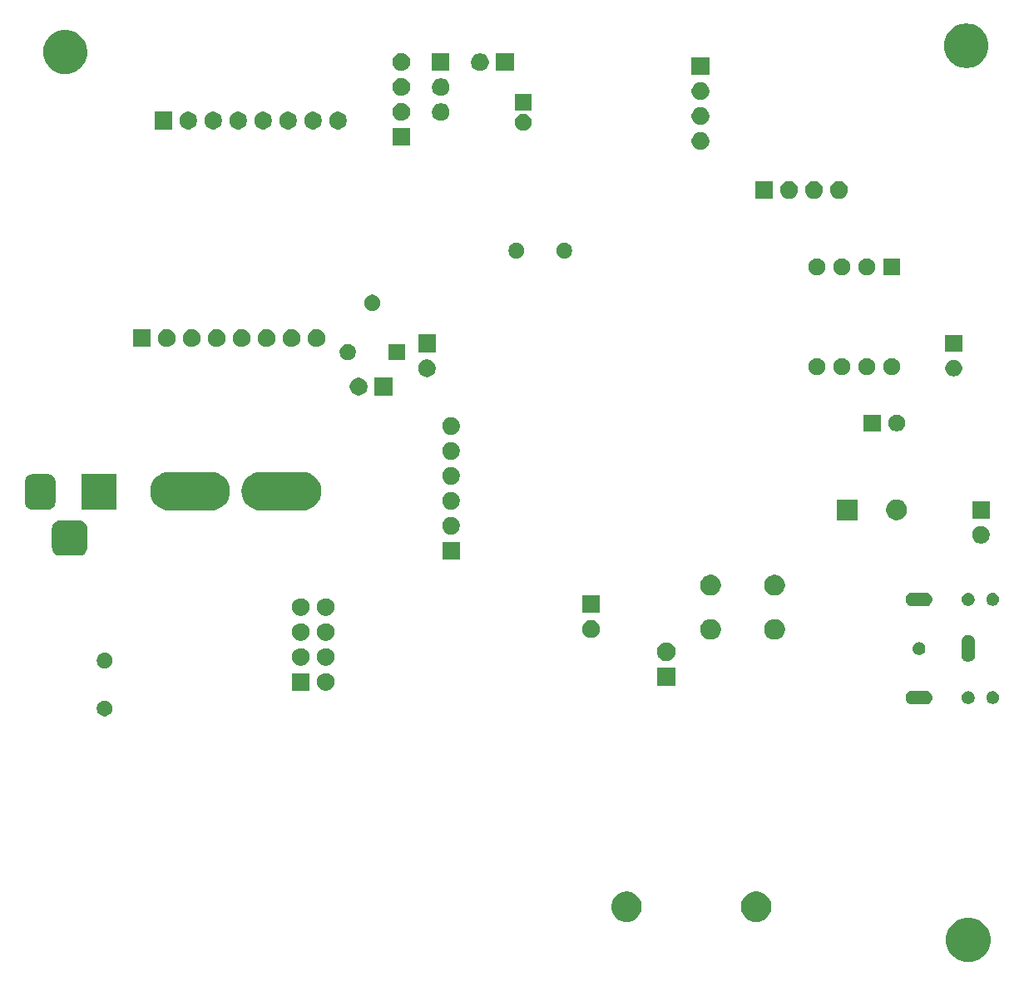
<source format=gbr>
G04 #@! TF.GenerationSoftware,KiCad,Pcbnew,(5.1.6)-1*
G04 #@! TF.CreationDate,2020-10-23T22:44:23-07:00*
G04 #@! TF.ProjectId,ReceiverCircuit,52656365-6976-4657-9243-697263756974,rev?*
G04 #@! TF.SameCoordinates,Original*
G04 #@! TF.FileFunction,Soldermask,Bot*
G04 #@! TF.FilePolarity,Negative*
%FSLAX46Y46*%
G04 Gerber Fmt 4.6, Leading zero omitted, Abs format (unit mm)*
G04 Created by KiCad (PCBNEW (5.1.6)-1) date 2020-10-23 22:44:23*
%MOMM*%
%LPD*%
G01*
G04 APERTURE LIST*
%ADD10C,0.100000*%
G04 APERTURE END LIST*
D10*
G36*
X199236620Y-144988336D02*
G01*
X199617333Y-145064064D01*
X200026989Y-145233749D01*
X200395669Y-145480094D01*
X200709206Y-145793631D01*
X200955551Y-146162311D01*
X201125236Y-146571967D01*
X201211740Y-147006856D01*
X201211740Y-147450264D01*
X201125236Y-147885153D01*
X200955551Y-148294809D01*
X200709206Y-148663489D01*
X200395669Y-148977026D01*
X200026989Y-149223371D01*
X199617333Y-149393056D01*
X199236620Y-149468784D01*
X199182445Y-149479560D01*
X198739035Y-149479560D01*
X198684860Y-149468784D01*
X198304147Y-149393056D01*
X197894491Y-149223371D01*
X197525811Y-148977026D01*
X197212274Y-148663489D01*
X196965929Y-148294809D01*
X196796244Y-147885153D01*
X196709740Y-147450264D01*
X196709740Y-147006856D01*
X196796244Y-146571967D01*
X196965929Y-146162311D01*
X197212274Y-145793631D01*
X197525811Y-145480094D01*
X197894491Y-145233749D01*
X198304147Y-145064064D01*
X198684860Y-144988336D01*
X198739035Y-144977560D01*
X199182445Y-144977560D01*
X199236620Y-144988336D01*
G37*
G36*
X177676945Y-142339322D02*
G01*
X177826770Y-142369124D01*
X178109034Y-142486041D01*
X178363065Y-142655779D01*
X178579101Y-142871815D01*
X178748839Y-143125846D01*
X178865756Y-143408110D01*
X178925360Y-143707760D01*
X178925360Y-144013280D01*
X178865756Y-144312930D01*
X178748839Y-144595194D01*
X178579101Y-144849225D01*
X178363065Y-145065261D01*
X178109034Y-145234999D01*
X177826770Y-145351916D01*
X177676945Y-145381718D01*
X177527121Y-145411520D01*
X177221599Y-145411520D01*
X177071775Y-145381718D01*
X176921950Y-145351916D01*
X176639686Y-145234999D01*
X176385655Y-145065261D01*
X176169619Y-144849225D01*
X175999881Y-144595194D01*
X175882964Y-144312930D01*
X175823360Y-144013280D01*
X175823360Y-143707760D01*
X175882964Y-143408110D01*
X175999881Y-143125846D01*
X176169619Y-142871815D01*
X176385655Y-142655779D01*
X176639686Y-142486041D01*
X176921950Y-142369124D01*
X177071775Y-142339322D01*
X177221599Y-142309520D01*
X177527121Y-142309520D01*
X177676945Y-142339322D01*
G37*
G36*
X164476945Y-142339322D02*
G01*
X164626770Y-142369124D01*
X164909034Y-142486041D01*
X165163065Y-142655779D01*
X165379101Y-142871815D01*
X165548839Y-143125846D01*
X165665756Y-143408110D01*
X165725360Y-143707760D01*
X165725360Y-144013280D01*
X165665756Y-144312930D01*
X165548839Y-144595194D01*
X165379101Y-144849225D01*
X165163065Y-145065261D01*
X164909034Y-145234999D01*
X164626770Y-145351916D01*
X164476945Y-145381718D01*
X164327121Y-145411520D01*
X164021599Y-145411520D01*
X163871775Y-145381718D01*
X163721950Y-145351916D01*
X163439686Y-145234999D01*
X163185655Y-145065261D01*
X162969619Y-144849225D01*
X162799881Y-144595194D01*
X162682964Y-144312930D01*
X162623360Y-144013280D01*
X162623360Y-143707760D01*
X162682964Y-143408110D01*
X162799881Y-143125846D01*
X162969619Y-142871815D01*
X163185655Y-142655779D01*
X163439686Y-142486041D01*
X163721950Y-142369124D01*
X163871775Y-142339322D01*
X164021599Y-142309520D01*
X164327121Y-142309520D01*
X164476945Y-142339322D01*
G37*
G36*
X111277362Y-122880181D02*
G01*
X111402637Y-122932072D01*
X111423136Y-122940563D01*
X111554328Y-123028222D01*
X111665898Y-123139792D01*
X111735193Y-123243500D01*
X111753558Y-123270986D01*
X111813939Y-123416758D01*
X111844720Y-123571507D01*
X111844720Y-123729293D01*
X111813939Y-123884042D01*
X111753558Y-124029814D01*
X111753557Y-124029816D01*
X111665898Y-124161008D01*
X111554328Y-124272578D01*
X111423136Y-124360237D01*
X111423135Y-124360238D01*
X111423134Y-124360238D01*
X111277362Y-124420619D01*
X111122613Y-124451400D01*
X110964827Y-124451400D01*
X110810078Y-124420619D01*
X110664306Y-124360238D01*
X110664305Y-124360238D01*
X110664304Y-124360237D01*
X110533112Y-124272578D01*
X110421542Y-124161008D01*
X110333883Y-124029816D01*
X110333882Y-124029814D01*
X110273501Y-123884042D01*
X110242720Y-123729293D01*
X110242720Y-123571507D01*
X110273501Y-123416758D01*
X110333882Y-123270986D01*
X110352247Y-123243500D01*
X110421542Y-123139792D01*
X110533112Y-123028222D01*
X110664304Y-122940563D01*
X110684803Y-122932072D01*
X110810078Y-122880181D01*
X110964827Y-122849400D01*
X111122613Y-122849400D01*
X111277362Y-122880181D01*
G37*
G36*
X194737705Y-121843700D02*
G01*
X194870597Y-121884013D01*
X194993071Y-121949477D01*
X195100423Y-122037577D01*
X195188523Y-122144929D01*
X195253987Y-122267403D01*
X195294300Y-122400295D01*
X195307911Y-122538500D01*
X195294300Y-122676705D01*
X195253987Y-122809597D01*
X195188523Y-122932071D01*
X195100423Y-123039423D01*
X194993071Y-123127523D01*
X194870597Y-123192987D01*
X194737705Y-123233300D01*
X194634136Y-123243500D01*
X193256864Y-123243500D01*
X193153295Y-123233300D01*
X193020403Y-123192987D01*
X192897929Y-123127523D01*
X192790577Y-123039423D01*
X192702477Y-122932071D01*
X192637013Y-122809597D01*
X192596700Y-122676705D01*
X192583089Y-122538500D01*
X192596700Y-122400295D01*
X192637013Y-122267403D01*
X192702477Y-122144929D01*
X192790577Y-122037577D01*
X192897929Y-121949477D01*
X193020403Y-121884013D01*
X193153295Y-121843700D01*
X193256864Y-121833500D01*
X194634136Y-121833500D01*
X194737705Y-121843700D01*
G37*
G36*
X199135390Y-121912517D02*
G01*
X199224619Y-121949477D01*
X199253864Y-121961591D01*
X199360488Y-122032835D01*
X199451165Y-122123512D01*
X199522409Y-122230136D01*
X199571483Y-122348610D01*
X199596500Y-122474382D01*
X199596500Y-122602618D01*
X199571483Y-122728390D01*
X199522409Y-122846864D01*
X199451165Y-122953488D01*
X199360488Y-123044165D01*
X199253864Y-123115409D01*
X199253863Y-123115410D01*
X199253862Y-123115410D01*
X199135390Y-123164483D01*
X199009619Y-123189500D01*
X198881381Y-123189500D01*
X198755610Y-123164483D01*
X198637138Y-123115410D01*
X198637137Y-123115410D01*
X198637136Y-123115409D01*
X198530512Y-123044165D01*
X198439835Y-122953488D01*
X198368591Y-122846864D01*
X198319517Y-122728390D01*
X198294500Y-122602618D01*
X198294500Y-122474382D01*
X198319517Y-122348610D01*
X198368591Y-122230136D01*
X198439835Y-122123512D01*
X198530512Y-122032835D01*
X198637136Y-121961591D01*
X198666382Y-121949477D01*
X198755610Y-121912517D01*
X198881381Y-121887500D01*
X199009619Y-121887500D01*
X199135390Y-121912517D01*
G37*
G36*
X201635390Y-121912517D02*
G01*
X201724619Y-121949477D01*
X201753864Y-121961591D01*
X201860488Y-122032835D01*
X201951165Y-122123512D01*
X202022409Y-122230136D01*
X202071483Y-122348610D01*
X202096500Y-122474382D01*
X202096500Y-122602618D01*
X202071483Y-122728390D01*
X202022409Y-122846864D01*
X201951165Y-122953488D01*
X201860488Y-123044165D01*
X201753864Y-123115409D01*
X201753863Y-123115410D01*
X201753862Y-123115410D01*
X201635390Y-123164483D01*
X201509619Y-123189500D01*
X201381381Y-123189500D01*
X201255610Y-123164483D01*
X201137138Y-123115410D01*
X201137137Y-123115410D01*
X201137136Y-123115409D01*
X201030512Y-123044165D01*
X200939835Y-122953488D01*
X200868591Y-122846864D01*
X200819517Y-122728390D01*
X200794500Y-122602618D01*
X200794500Y-122474382D01*
X200819517Y-122348610D01*
X200868591Y-122230136D01*
X200939835Y-122123512D01*
X201030512Y-122032835D01*
X201137136Y-121961591D01*
X201166382Y-121949477D01*
X201255610Y-121912517D01*
X201381381Y-121887500D01*
X201509619Y-121887500D01*
X201635390Y-121912517D01*
G37*
G36*
X131924360Y-121853260D02*
G01*
X130122360Y-121853260D01*
X130122360Y-120051260D01*
X131924360Y-120051260D01*
X131924360Y-121853260D01*
G37*
G36*
X133676872Y-120056187D02*
G01*
X133826172Y-120085884D01*
X133990144Y-120153804D01*
X134137714Y-120252407D01*
X134263213Y-120377906D01*
X134361816Y-120525476D01*
X134429736Y-120689448D01*
X134464360Y-120863519D01*
X134464360Y-121041001D01*
X134429736Y-121215072D01*
X134361816Y-121379044D01*
X134263213Y-121526614D01*
X134137714Y-121652113D01*
X133990144Y-121750716D01*
X133826172Y-121818636D01*
X133676872Y-121848333D01*
X133652102Y-121853260D01*
X133474618Y-121853260D01*
X133449848Y-121848333D01*
X133300548Y-121818636D01*
X133136576Y-121750716D01*
X132989006Y-121652113D01*
X132863507Y-121526614D01*
X132764904Y-121379044D01*
X132696984Y-121215072D01*
X132662360Y-121041001D01*
X132662360Y-120863519D01*
X132696984Y-120689448D01*
X132764904Y-120525476D01*
X132863507Y-120377906D01*
X132989006Y-120252407D01*
X133136576Y-120153804D01*
X133300548Y-120085884D01*
X133449848Y-120056187D01*
X133474618Y-120051260D01*
X133652102Y-120051260D01*
X133676872Y-120056187D01*
G37*
G36*
X169159960Y-121357160D02*
G01*
X167257960Y-121357160D01*
X167257960Y-119455160D01*
X169159960Y-119455160D01*
X169159960Y-121357160D01*
G37*
G36*
X111277362Y-118000181D02*
G01*
X111383548Y-118044165D01*
X111423136Y-118060563D01*
X111554328Y-118148222D01*
X111665898Y-118259792D01*
X111713280Y-118330705D01*
X111753558Y-118390986D01*
X111813939Y-118536758D01*
X111844720Y-118691507D01*
X111844720Y-118849293D01*
X111813939Y-119004042D01*
X111769174Y-119112113D01*
X111753557Y-119149816D01*
X111665898Y-119281008D01*
X111554328Y-119392578D01*
X111423136Y-119480237D01*
X111423135Y-119480238D01*
X111423134Y-119480238D01*
X111277362Y-119540619D01*
X111122613Y-119571400D01*
X110964827Y-119571400D01*
X110810078Y-119540619D01*
X110664306Y-119480238D01*
X110664305Y-119480238D01*
X110664304Y-119480237D01*
X110533112Y-119392578D01*
X110421542Y-119281008D01*
X110333883Y-119149816D01*
X110318266Y-119112113D01*
X110273501Y-119004042D01*
X110242720Y-118849293D01*
X110242720Y-118691507D01*
X110273501Y-118536758D01*
X110333882Y-118390986D01*
X110374160Y-118330705D01*
X110421542Y-118259792D01*
X110533112Y-118148222D01*
X110664304Y-118060563D01*
X110703892Y-118044165D01*
X110810078Y-118000181D01*
X110964827Y-117969400D01*
X111122613Y-117969400D01*
X111277362Y-118000181D01*
G37*
G36*
X131136872Y-117516187D02*
G01*
X131286172Y-117545884D01*
X131450144Y-117613804D01*
X131597714Y-117712407D01*
X131723213Y-117837906D01*
X131821816Y-117985476D01*
X131889736Y-118149448D01*
X131924360Y-118323519D01*
X131924360Y-118501001D01*
X131889736Y-118675072D01*
X131821816Y-118839044D01*
X131723213Y-118986614D01*
X131597714Y-119112113D01*
X131450144Y-119210716D01*
X131286172Y-119278636D01*
X131136872Y-119308333D01*
X131112102Y-119313260D01*
X130934618Y-119313260D01*
X130909848Y-119308333D01*
X130760548Y-119278636D01*
X130596576Y-119210716D01*
X130449006Y-119112113D01*
X130323507Y-118986614D01*
X130224904Y-118839044D01*
X130156984Y-118675072D01*
X130122360Y-118501001D01*
X130122360Y-118323519D01*
X130156984Y-118149448D01*
X130224904Y-117985476D01*
X130323507Y-117837906D01*
X130449006Y-117712407D01*
X130596576Y-117613804D01*
X130760548Y-117545884D01*
X130909848Y-117516187D01*
X130934618Y-117511260D01*
X131112102Y-117511260D01*
X131136872Y-117516187D01*
G37*
G36*
X133676872Y-117516187D02*
G01*
X133826172Y-117545884D01*
X133990144Y-117613804D01*
X134137714Y-117712407D01*
X134263213Y-117837906D01*
X134361816Y-117985476D01*
X134429736Y-118149448D01*
X134464360Y-118323519D01*
X134464360Y-118501001D01*
X134429736Y-118675072D01*
X134361816Y-118839044D01*
X134263213Y-118986614D01*
X134137714Y-119112113D01*
X133990144Y-119210716D01*
X133826172Y-119278636D01*
X133676872Y-119308333D01*
X133652102Y-119313260D01*
X133474618Y-119313260D01*
X133449848Y-119308333D01*
X133300548Y-119278636D01*
X133136576Y-119210716D01*
X132989006Y-119112113D01*
X132863507Y-118986614D01*
X132764904Y-118839044D01*
X132696984Y-118675072D01*
X132662360Y-118501001D01*
X132662360Y-118323519D01*
X132696984Y-118149448D01*
X132764904Y-117985476D01*
X132863507Y-117837906D01*
X132989006Y-117712407D01*
X133136576Y-117613804D01*
X133300548Y-117545884D01*
X133449848Y-117516187D01*
X133474618Y-117511260D01*
X133652102Y-117511260D01*
X133676872Y-117516187D01*
G37*
G36*
X199083705Y-116189700D02*
G01*
X199216597Y-116230013D01*
X199339071Y-116295477D01*
X199446423Y-116383577D01*
X199534523Y-116490929D01*
X199599987Y-116613403D01*
X199640300Y-116746295D01*
X199650500Y-116849864D01*
X199650500Y-118227136D01*
X199640300Y-118330705D01*
X199599987Y-118463597D01*
X199534523Y-118586071D01*
X199446423Y-118693422D01*
X199339070Y-118781523D01*
X199216596Y-118846987D01*
X199083704Y-118887300D01*
X198945500Y-118900911D01*
X198807295Y-118887300D01*
X198674403Y-118846987D01*
X198551929Y-118781523D01*
X198444578Y-118693423D01*
X198356477Y-118586070D01*
X198291013Y-118463596D01*
X198250700Y-118330704D01*
X198240500Y-118227135D01*
X198240501Y-116849864D01*
X198250701Y-116746295D01*
X198291014Y-116613403D01*
X198356478Y-116490929D01*
X198444578Y-116383577D01*
X198551930Y-116295477D01*
X198674404Y-116230013D01*
X198807296Y-116189700D01*
X198945500Y-116176089D01*
X199083705Y-116189700D01*
G37*
G36*
X168486355Y-116951706D02*
G01*
X168659426Y-117023394D01*
X168659427Y-117023395D01*
X168815187Y-117127470D01*
X168947650Y-117259933D01*
X168947651Y-117259935D01*
X169051726Y-117415694D01*
X169123414Y-117588765D01*
X169159960Y-117772493D01*
X169159960Y-117959827D01*
X169123414Y-118143555D01*
X169051726Y-118316626D01*
X169002041Y-118390984D01*
X168947650Y-118472387D01*
X168815187Y-118604850D01*
X168736778Y-118657241D01*
X168659426Y-118708926D01*
X168486355Y-118780614D01*
X168302627Y-118817160D01*
X168115293Y-118817160D01*
X167931565Y-118780614D01*
X167758494Y-118708926D01*
X167681142Y-118657241D01*
X167602733Y-118604850D01*
X167470270Y-118472387D01*
X167415879Y-118390984D01*
X167366194Y-118316626D01*
X167294506Y-118143555D01*
X167257960Y-117959827D01*
X167257960Y-117772493D01*
X167294506Y-117588765D01*
X167366194Y-117415694D01*
X167470269Y-117259935D01*
X167470270Y-117259933D01*
X167602733Y-117127470D01*
X167758493Y-117023395D01*
X167758494Y-117023394D01*
X167931565Y-116951706D01*
X168115293Y-116915160D01*
X168302627Y-116915160D01*
X168486355Y-116951706D01*
G37*
G36*
X194135390Y-116912517D02*
G01*
X194253864Y-116961591D01*
X194346359Y-117023394D01*
X194360488Y-117032835D01*
X194451165Y-117123512D01*
X194522410Y-117230138D01*
X194534752Y-117259935D01*
X194571483Y-117348610D01*
X194596500Y-117474382D01*
X194596500Y-117602618D01*
X194571483Y-117728390D01*
X194522409Y-117846864D01*
X194451165Y-117953488D01*
X194360488Y-118044165D01*
X194253864Y-118115409D01*
X194253863Y-118115410D01*
X194253862Y-118115410D01*
X194135390Y-118164483D01*
X194009619Y-118189500D01*
X193881381Y-118189500D01*
X193755610Y-118164483D01*
X193637138Y-118115410D01*
X193637137Y-118115410D01*
X193637136Y-118115409D01*
X193530512Y-118044165D01*
X193439835Y-117953488D01*
X193368591Y-117846864D01*
X193319517Y-117728390D01*
X193294500Y-117602618D01*
X193294500Y-117474382D01*
X193319517Y-117348610D01*
X193356248Y-117259935D01*
X193368590Y-117230138D01*
X193439835Y-117123512D01*
X193530512Y-117032835D01*
X193544641Y-117023394D01*
X193637136Y-116961591D01*
X193755610Y-116912517D01*
X193881381Y-116887500D01*
X194009619Y-116887500D01*
X194135390Y-116912517D01*
G37*
G36*
X133676872Y-114976187D02*
G01*
X133826172Y-115005884D01*
X133990144Y-115073804D01*
X134137714Y-115172407D01*
X134263213Y-115297906D01*
X134361816Y-115445476D01*
X134429736Y-115609448D01*
X134464360Y-115783519D01*
X134464360Y-115961001D01*
X134429736Y-116135072D01*
X134361816Y-116299044D01*
X134263213Y-116446614D01*
X134137714Y-116572113D01*
X133990144Y-116670716D01*
X133826172Y-116738636D01*
X133676872Y-116768333D01*
X133652102Y-116773260D01*
X133474618Y-116773260D01*
X133449848Y-116768333D01*
X133300548Y-116738636D01*
X133136576Y-116670716D01*
X132989006Y-116572113D01*
X132863507Y-116446614D01*
X132764904Y-116299044D01*
X132696984Y-116135072D01*
X132662360Y-115961001D01*
X132662360Y-115783519D01*
X132696984Y-115609448D01*
X132764904Y-115445476D01*
X132863507Y-115297906D01*
X132989006Y-115172407D01*
X133136576Y-115073804D01*
X133300548Y-115005884D01*
X133449848Y-114976187D01*
X133474618Y-114971260D01*
X133652102Y-114971260D01*
X133676872Y-114976187D01*
G37*
G36*
X131136872Y-114976187D02*
G01*
X131286172Y-115005884D01*
X131450144Y-115073804D01*
X131597714Y-115172407D01*
X131723213Y-115297906D01*
X131821816Y-115445476D01*
X131889736Y-115609448D01*
X131924360Y-115783519D01*
X131924360Y-115961001D01*
X131889736Y-116135072D01*
X131821816Y-116299044D01*
X131723213Y-116446614D01*
X131597714Y-116572113D01*
X131450144Y-116670716D01*
X131286172Y-116738636D01*
X131136872Y-116768333D01*
X131112102Y-116773260D01*
X130934618Y-116773260D01*
X130909848Y-116768333D01*
X130760548Y-116738636D01*
X130596576Y-116670716D01*
X130449006Y-116572113D01*
X130323507Y-116446614D01*
X130224904Y-116299044D01*
X130156984Y-116135072D01*
X130122360Y-115961001D01*
X130122360Y-115783519D01*
X130156984Y-115609448D01*
X130224904Y-115445476D01*
X130323507Y-115297906D01*
X130449006Y-115172407D01*
X130596576Y-115073804D01*
X130760548Y-115005884D01*
X130909848Y-114976187D01*
X130934618Y-114971260D01*
X131112102Y-114971260D01*
X131136872Y-114976187D01*
G37*
G36*
X179549424Y-114588989D02*
G01*
X179740693Y-114668215D01*
X179740695Y-114668216D01*
X179782284Y-114696005D01*
X179912833Y-114783235D01*
X180059225Y-114929627D01*
X180174245Y-115101767D01*
X180253471Y-115293036D01*
X180293860Y-115496084D01*
X180293860Y-115703116D01*
X180253471Y-115906164D01*
X180230756Y-115961002D01*
X180174244Y-116097435D01*
X180059225Y-116269573D01*
X179912833Y-116415965D01*
X179740695Y-116530984D01*
X179740694Y-116530985D01*
X179740693Y-116530985D01*
X179549424Y-116610211D01*
X179346376Y-116650600D01*
X179139344Y-116650600D01*
X178936296Y-116610211D01*
X178745027Y-116530985D01*
X178745026Y-116530985D01*
X178745025Y-116530984D01*
X178572887Y-116415965D01*
X178426495Y-116269573D01*
X178311476Y-116097435D01*
X178254964Y-115961002D01*
X178232249Y-115906164D01*
X178191860Y-115703116D01*
X178191860Y-115496084D01*
X178232249Y-115293036D01*
X178311475Y-115101767D01*
X178426495Y-114929627D01*
X178572887Y-114783235D01*
X178703436Y-114696005D01*
X178745025Y-114668216D01*
X178745027Y-114668215D01*
X178936296Y-114588989D01*
X179139344Y-114548600D01*
X179346376Y-114548600D01*
X179549424Y-114588989D01*
G37*
G36*
X173049424Y-114588989D02*
G01*
X173240693Y-114668215D01*
X173240695Y-114668216D01*
X173282284Y-114696005D01*
X173412833Y-114783235D01*
X173559225Y-114929627D01*
X173674245Y-115101767D01*
X173753471Y-115293036D01*
X173793860Y-115496084D01*
X173793860Y-115703116D01*
X173753471Y-115906164D01*
X173730756Y-115961002D01*
X173674244Y-116097435D01*
X173559225Y-116269573D01*
X173412833Y-116415965D01*
X173240695Y-116530984D01*
X173240694Y-116530985D01*
X173240693Y-116530985D01*
X173049424Y-116610211D01*
X172846376Y-116650600D01*
X172639344Y-116650600D01*
X172436296Y-116610211D01*
X172245027Y-116530985D01*
X172245026Y-116530985D01*
X172245025Y-116530984D01*
X172072887Y-116415965D01*
X171926495Y-116269573D01*
X171811476Y-116097435D01*
X171754964Y-115961002D01*
X171732249Y-115906164D01*
X171691860Y-115703116D01*
X171691860Y-115496084D01*
X171732249Y-115293036D01*
X171811475Y-115101767D01*
X171926495Y-114929627D01*
X172072887Y-114783235D01*
X172203436Y-114696005D01*
X172245025Y-114668216D01*
X172245027Y-114668215D01*
X172436296Y-114588989D01*
X172639344Y-114548600D01*
X172846376Y-114548600D01*
X173049424Y-114588989D01*
G37*
G36*
X160674532Y-114666307D02*
G01*
X160823832Y-114696004D01*
X160987804Y-114763924D01*
X161135374Y-114862527D01*
X161260873Y-114988026D01*
X161359476Y-115135596D01*
X161427396Y-115299568D01*
X161462020Y-115473639D01*
X161462020Y-115651121D01*
X161427396Y-115825192D01*
X161359476Y-115989164D01*
X161260873Y-116136734D01*
X161135374Y-116262233D01*
X160987804Y-116360836D01*
X160823832Y-116428756D01*
X160674532Y-116458453D01*
X160649762Y-116463380D01*
X160472278Y-116463380D01*
X160447508Y-116458453D01*
X160298208Y-116428756D01*
X160134236Y-116360836D01*
X159986666Y-116262233D01*
X159861167Y-116136734D01*
X159762564Y-115989164D01*
X159694644Y-115825192D01*
X159660020Y-115651121D01*
X159660020Y-115473639D01*
X159694644Y-115299568D01*
X159762564Y-115135596D01*
X159861167Y-114988026D01*
X159986666Y-114862527D01*
X160134236Y-114763924D01*
X160298208Y-114696004D01*
X160447508Y-114666307D01*
X160472278Y-114661380D01*
X160649762Y-114661380D01*
X160674532Y-114666307D01*
G37*
G36*
X131136872Y-112436187D02*
G01*
X131286172Y-112465884D01*
X131450144Y-112533804D01*
X131597714Y-112632407D01*
X131723213Y-112757906D01*
X131821816Y-112905476D01*
X131889736Y-113069448D01*
X131924360Y-113243519D01*
X131924360Y-113421001D01*
X131889736Y-113595072D01*
X131821816Y-113759044D01*
X131723213Y-113906614D01*
X131597714Y-114032113D01*
X131450144Y-114130716D01*
X131286172Y-114198636D01*
X131136872Y-114228333D01*
X131112102Y-114233260D01*
X130934618Y-114233260D01*
X130909848Y-114228333D01*
X130760548Y-114198636D01*
X130596576Y-114130716D01*
X130449006Y-114032113D01*
X130323507Y-113906614D01*
X130224904Y-113759044D01*
X130156984Y-113595072D01*
X130122360Y-113421001D01*
X130122360Y-113243519D01*
X130156984Y-113069448D01*
X130224904Y-112905476D01*
X130323507Y-112757906D01*
X130449006Y-112632407D01*
X130596576Y-112533804D01*
X130760548Y-112465884D01*
X130909848Y-112436187D01*
X130934618Y-112431260D01*
X131112102Y-112431260D01*
X131136872Y-112436187D01*
G37*
G36*
X133676872Y-112436187D02*
G01*
X133826172Y-112465884D01*
X133990144Y-112533804D01*
X134137714Y-112632407D01*
X134263213Y-112757906D01*
X134361816Y-112905476D01*
X134429736Y-113069448D01*
X134464360Y-113243519D01*
X134464360Y-113421001D01*
X134429736Y-113595072D01*
X134361816Y-113759044D01*
X134263213Y-113906614D01*
X134137714Y-114032113D01*
X133990144Y-114130716D01*
X133826172Y-114198636D01*
X133676872Y-114228333D01*
X133652102Y-114233260D01*
X133474618Y-114233260D01*
X133449848Y-114228333D01*
X133300548Y-114198636D01*
X133136576Y-114130716D01*
X132989006Y-114032113D01*
X132863507Y-113906614D01*
X132764904Y-113759044D01*
X132696984Y-113595072D01*
X132662360Y-113421001D01*
X132662360Y-113243519D01*
X132696984Y-113069448D01*
X132764904Y-112905476D01*
X132863507Y-112757906D01*
X132989006Y-112632407D01*
X133136576Y-112533804D01*
X133300548Y-112465884D01*
X133449848Y-112436187D01*
X133474618Y-112431260D01*
X133652102Y-112431260D01*
X133676872Y-112436187D01*
G37*
G36*
X161462020Y-113923380D02*
G01*
X159660020Y-113923380D01*
X159660020Y-112121380D01*
X161462020Y-112121380D01*
X161462020Y-113923380D01*
G37*
G36*
X194737705Y-111843700D02*
G01*
X194870597Y-111884013D01*
X194993071Y-111949477D01*
X195100423Y-112037577D01*
X195188523Y-112144929D01*
X195253987Y-112267403D01*
X195294300Y-112400295D01*
X195307911Y-112538500D01*
X195294300Y-112676705D01*
X195253987Y-112809597D01*
X195188523Y-112932071D01*
X195100423Y-113039423D01*
X194993071Y-113127523D01*
X194870597Y-113192987D01*
X194737705Y-113233300D01*
X194634136Y-113243500D01*
X193256864Y-113243500D01*
X193153295Y-113233300D01*
X193020403Y-113192987D01*
X192897929Y-113127523D01*
X192790577Y-113039423D01*
X192702477Y-112932071D01*
X192637013Y-112809597D01*
X192596700Y-112676705D01*
X192583089Y-112538500D01*
X192596700Y-112400295D01*
X192637013Y-112267403D01*
X192702477Y-112144929D01*
X192790577Y-112037577D01*
X192897929Y-111949477D01*
X193020403Y-111884013D01*
X193153295Y-111843700D01*
X193256864Y-111833500D01*
X194634136Y-111833500D01*
X194737705Y-111843700D01*
G37*
G36*
X199135390Y-111912517D02*
G01*
X199224619Y-111949477D01*
X199253864Y-111961591D01*
X199360488Y-112032835D01*
X199451165Y-112123512D01*
X199522409Y-112230136D01*
X199571483Y-112348610D01*
X199596500Y-112474382D01*
X199596500Y-112602618D01*
X199571483Y-112728390D01*
X199522409Y-112846864D01*
X199451165Y-112953488D01*
X199360488Y-113044165D01*
X199253864Y-113115409D01*
X199253863Y-113115410D01*
X199253862Y-113115410D01*
X199135390Y-113164483D01*
X199009619Y-113189500D01*
X198881381Y-113189500D01*
X198755610Y-113164483D01*
X198637138Y-113115410D01*
X198637137Y-113115410D01*
X198637136Y-113115409D01*
X198530512Y-113044165D01*
X198439835Y-112953488D01*
X198368591Y-112846864D01*
X198319517Y-112728390D01*
X198294500Y-112602618D01*
X198294500Y-112474382D01*
X198319517Y-112348610D01*
X198368591Y-112230136D01*
X198439835Y-112123512D01*
X198530512Y-112032835D01*
X198637136Y-111961591D01*
X198666382Y-111949477D01*
X198755610Y-111912517D01*
X198881381Y-111887500D01*
X199009619Y-111887500D01*
X199135390Y-111912517D01*
G37*
G36*
X201635390Y-111912517D02*
G01*
X201724619Y-111949477D01*
X201753864Y-111961591D01*
X201860488Y-112032835D01*
X201951165Y-112123512D01*
X202022409Y-112230136D01*
X202071483Y-112348610D01*
X202096500Y-112474382D01*
X202096500Y-112602618D01*
X202071483Y-112728390D01*
X202022409Y-112846864D01*
X201951165Y-112953488D01*
X201860488Y-113044165D01*
X201753864Y-113115409D01*
X201753863Y-113115410D01*
X201753862Y-113115410D01*
X201635390Y-113164483D01*
X201509619Y-113189500D01*
X201381381Y-113189500D01*
X201255610Y-113164483D01*
X201137138Y-113115410D01*
X201137137Y-113115410D01*
X201137136Y-113115409D01*
X201030512Y-113044165D01*
X200939835Y-112953488D01*
X200868591Y-112846864D01*
X200819517Y-112728390D01*
X200794500Y-112602618D01*
X200794500Y-112474382D01*
X200819517Y-112348610D01*
X200868591Y-112230136D01*
X200939835Y-112123512D01*
X201030512Y-112032835D01*
X201137136Y-111961591D01*
X201166382Y-111949477D01*
X201255610Y-111912517D01*
X201381381Y-111887500D01*
X201509619Y-111887500D01*
X201635390Y-111912517D01*
G37*
G36*
X179549424Y-110088989D02*
G01*
X179740693Y-110168215D01*
X179740695Y-110168216D01*
X179912833Y-110283235D01*
X180059225Y-110429627D01*
X180174245Y-110601767D01*
X180253471Y-110793036D01*
X180293860Y-110996084D01*
X180293860Y-111203116D01*
X180253471Y-111406164D01*
X180174245Y-111597433D01*
X180174244Y-111597435D01*
X180059225Y-111769573D01*
X179912833Y-111915965D01*
X179740695Y-112030984D01*
X179740694Y-112030985D01*
X179740693Y-112030985D01*
X179549424Y-112110211D01*
X179346376Y-112150600D01*
X179139344Y-112150600D01*
X178936296Y-112110211D01*
X178745027Y-112030985D01*
X178745026Y-112030985D01*
X178745025Y-112030984D01*
X178572887Y-111915965D01*
X178426495Y-111769573D01*
X178311476Y-111597435D01*
X178311475Y-111597433D01*
X178232249Y-111406164D01*
X178191860Y-111203116D01*
X178191860Y-110996084D01*
X178232249Y-110793036D01*
X178311475Y-110601767D01*
X178426495Y-110429627D01*
X178572887Y-110283235D01*
X178745025Y-110168216D01*
X178745027Y-110168215D01*
X178936296Y-110088989D01*
X179139344Y-110048600D01*
X179346376Y-110048600D01*
X179549424Y-110088989D01*
G37*
G36*
X173049424Y-110088989D02*
G01*
X173240693Y-110168215D01*
X173240695Y-110168216D01*
X173412833Y-110283235D01*
X173559225Y-110429627D01*
X173674245Y-110601767D01*
X173753471Y-110793036D01*
X173793860Y-110996084D01*
X173793860Y-111203116D01*
X173753471Y-111406164D01*
X173674245Y-111597433D01*
X173674244Y-111597435D01*
X173559225Y-111769573D01*
X173412833Y-111915965D01*
X173240695Y-112030984D01*
X173240694Y-112030985D01*
X173240693Y-112030985D01*
X173049424Y-112110211D01*
X172846376Y-112150600D01*
X172639344Y-112150600D01*
X172436296Y-112110211D01*
X172245027Y-112030985D01*
X172245026Y-112030985D01*
X172245025Y-112030984D01*
X172072887Y-111915965D01*
X171926495Y-111769573D01*
X171811476Y-111597435D01*
X171811475Y-111597433D01*
X171732249Y-111406164D01*
X171691860Y-111203116D01*
X171691860Y-110996084D01*
X171732249Y-110793036D01*
X171811475Y-110601767D01*
X171926495Y-110429627D01*
X172072887Y-110283235D01*
X172245025Y-110168216D01*
X172245027Y-110168215D01*
X172436296Y-110088989D01*
X172639344Y-110048600D01*
X172846376Y-110048600D01*
X173049424Y-110088989D01*
G37*
G36*
X147210080Y-108482700D02*
G01*
X145408080Y-108482700D01*
X145408080Y-106680700D01*
X147210080Y-106680700D01*
X147210080Y-108482700D01*
G37*
G36*
X108616366Y-104515695D02*
G01*
X108773460Y-104563349D01*
X108918231Y-104640731D01*
X109045128Y-104744872D01*
X109149269Y-104871769D01*
X109226651Y-105016540D01*
X109274305Y-105173634D01*
X109291000Y-105343140D01*
X109291000Y-107256860D01*
X109274305Y-107426366D01*
X109226651Y-107583460D01*
X109149269Y-107728231D01*
X109045128Y-107855128D01*
X108918231Y-107959269D01*
X108773460Y-108036651D01*
X108616366Y-108084305D01*
X108446860Y-108101000D01*
X106533140Y-108101000D01*
X106363634Y-108084305D01*
X106206540Y-108036651D01*
X106061769Y-107959269D01*
X105934872Y-107855128D01*
X105830731Y-107728231D01*
X105753349Y-107583460D01*
X105705695Y-107426366D01*
X105689000Y-107256860D01*
X105689000Y-105343140D01*
X105705695Y-105173634D01*
X105753349Y-105016540D01*
X105830731Y-104871769D01*
X105934872Y-104744872D01*
X106061769Y-104640731D01*
X106206540Y-104563349D01*
X106363634Y-104515695D01*
X106533140Y-104499000D01*
X108446860Y-104499000D01*
X108616366Y-104515695D01*
G37*
G36*
X200362032Y-105067647D02*
G01*
X200511332Y-105097344D01*
X200675304Y-105165264D01*
X200822874Y-105263867D01*
X200948373Y-105389366D01*
X201046976Y-105536936D01*
X201114896Y-105700908D01*
X201149520Y-105874979D01*
X201149520Y-106052461D01*
X201114896Y-106226532D01*
X201046976Y-106390504D01*
X200948373Y-106538074D01*
X200822874Y-106663573D01*
X200675304Y-106762176D01*
X200511332Y-106830096D01*
X200362032Y-106859793D01*
X200337262Y-106864720D01*
X200159778Y-106864720D01*
X200135008Y-106859793D01*
X199985708Y-106830096D01*
X199821736Y-106762176D01*
X199674166Y-106663573D01*
X199548667Y-106538074D01*
X199450064Y-106390504D01*
X199382144Y-106226532D01*
X199347520Y-106052461D01*
X199347520Y-105874979D01*
X199382144Y-105700908D01*
X199450064Y-105536936D01*
X199548667Y-105389366D01*
X199674166Y-105263867D01*
X199821736Y-105165264D01*
X199985708Y-105097344D01*
X200135008Y-105067647D01*
X200159778Y-105062720D01*
X200337262Y-105062720D01*
X200362032Y-105067647D01*
G37*
G36*
X146422592Y-104145627D02*
G01*
X146571892Y-104175324D01*
X146735864Y-104243244D01*
X146883434Y-104341847D01*
X147008933Y-104467346D01*
X147107536Y-104614916D01*
X147175456Y-104778888D01*
X147210080Y-104952959D01*
X147210080Y-105130441D01*
X147175456Y-105304512D01*
X147107536Y-105468484D01*
X147008933Y-105616054D01*
X146883434Y-105741553D01*
X146735864Y-105840156D01*
X146571892Y-105908076D01*
X146422592Y-105937773D01*
X146397822Y-105942700D01*
X146220338Y-105942700D01*
X146195568Y-105937773D01*
X146046268Y-105908076D01*
X145882296Y-105840156D01*
X145734726Y-105741553D01*
X145609227Y-105616054D01*
X145510624Y-105468484D01*
X145442704Y-105304512D01*
X145408080Y-105130441D01*
X145408080Y-104952959D01*
X145442704Y-104778888D01*
X145510624Y-104614916D01*
X145609227Y-104467346D01*
X145734726Y-104341847D01*
X145882296Y-104243244D01*
X146046268Y-104175324D01*
X146195568Y-104145627D01*
X146220338Y-104140700D01*
X146397822Y-104140700D01*
X146422592Y-104145627D01*
G37*
G36*
X191971164Y-102408029D02*
G01*
X192162433Y-102487255D01*
X192162435Y-102487256D01*
X192334573Y-102602275D01*
X192480965Y-102748667D01*
X192595580Y-102920200D01*
X192595985Y-102920807D01*
X192675211Y-103112076D01*
X192715600Y-103315124D01*
X192715600Y-103522156D01*
X192675211Y-103725204D01*
X192595985Y-103916473D01*
X192595984Y-103916475D01*
X192480965Y-104088613D01*
X192334573Y-104235005D01*
X192162435Y-104350024D01*
X192162434Y-104350025D01*
X192162433Y-104350025D01*
X191971164Y-104429251D01*
X191768116Y-104469640D01*
X191561084Y-104469640D01*
X191358036Y-104429251D01*
X191166767Y-104350025D01*
X191166766Y-104350025D01*
X191166765Y-104350024D01*
X190994627Y-104235005D01*
X190848235Y-104088613D01*
X190733216Y-103916475D01*
X190733215Y-103916473D01*
X190653989Y-103725204D01*
X190613600Y-103522156D01*
X190613600Y-103315124D01*
X190653989Y-103112076D01*
X190733215Y-102920807D01*
X190733621Y-102920200D01*
X190848235Y-102748667D01*
X190994627Y-102602275D01*
X191166765Y-102487256D01*
X191166767Y-102487255D01*
X191358036Y-102408029D01*
X191561084Y-102367640D01*
X191768116Y-102367640D01*
X191971164Y-102408029D01*
G37*
G36*
X187715600Y-104469640D02*
G01*
X185613600Y-104469640D01*
X185613600Y-102367640D01*
X187715600Y-102367640D01*
X187715600Y-104469640D01*
G37*
G36*
X201149520Y-104324720D02*
G01*
X199347520Y-104324720D01*
X199347520Y-102522720D01*
X201149520Y-102522720D01*
X201149520Y-104324720D01*
G37*
G36*
X122233303Y-99611189D02*
G01*
X122601068Y-99722750D01*
X122940002Y-99903914D01*
X123237080Y-100147720D01*
X123480886Y-100444798D01*
X123662050Y-100783732D01*
X123773611Y-101151497D01*
X123811280Y-101533960D01*
X123773611Y-101916423D01*
X123662050Y-102284188D01*
X123480886Y-102623122D01*
X123237080Y-102920200D01*
X122940002Y-103164006D01*
X122601068Y-103345170D01*
X122233303Y-103456731D01*
X121946687Y-103484960D01*
X117554993Y-103484960D01*
X117268377Y-103456731D01*
X116900612Y-103345170D01*
X116561678Y-103164006D01*
X116264600Y-102920200D01*
X116020794Y-102623122D01*
X115839630Y-102284188D01*
X115728069Y-101916423D01*
X115690400Y-101533960D01*
X115728069Y-101151497D01*
X115839630Y-100783732D01*
X116020794Y-100444798D01*
X116264600Y-100147720D01*
X116561678Y-99903914D01*
X116900612Y-99722750D01*
X117268377Y-99611189D01*
X117554993Y-99582960D01*
X121946687Y-99582960D01*
X122233303Y-99611189D01*
G37*
G36*
X131533303Y-99611189D02*
G01*
X131901068Y-99722750D01*
X132240002Y-99903914D01*
X132537080Y-100147720D01*
X132780886Y-100444798D01*
X132962050Y-100783732D01*
X133073611Y-101151497D01*
X133111280Y-101533960D01*
X133073611Y-101916423D01*
X132962050Y-102284188D01*
X132780886Y-102623122D01*
X132537080Y-102920200D01*
X132240002Y-103164006D01*
X131901068Y-103345170D01*
X131533303Y-103456731D01*
X131246687Y-103484960D01*
X126854993Y-103484960D01*
X126568377Y-103456731D01*
X126200612Y-103345170D01*
X125861678Y-103164006D01*
X125564600Y-102920200D01*
X125320794Y-102623122D01*
X125139630Y-102284188D01*
X125028069Y-101916423D01*
X124990400Y-101533960D01*
X125028069Y-101151497D01*
X125139630Y-100783732D01*
X125320794Y-100444798D01*
X125564600Y-100147720D01*
X125861678Y-99903914D01*
X126200612Y-99722750D01*
X126568377Y-99611189D01*
X126854993Y-99582960D01*
X131246687Y-99582960D01*
X131533303Y-99611189D01*
G37*
G36*
X146422592Y-101605627D02*
G01*
X146571892Y-101635324D01*
X146735864Y-101703244D01*
X146883434Y-101801847D01*
X147008933Y-101927346D01*
X147107536Y-102074916D01*
X147175456Y-102238888D01*
X147201066Y-102367640D01*
X147209100Y-102408029D01*
X147210080Y-102412959D01*
X147210080Y-102590441D01*
X147175456Y-102764512D01*
X147107536Y-102928484D01*
X147008933Y-103076054D01*
X146883434Y-103201553D01*
X146735864Y-103300156D01*
X146571892Y-103368076D01*
X146422592Y-103397773D01*
X146397822Y-103402700D01*
X146220338Y-103402700D01*
X146195568Y-103397773D01*
X146046268Y-103368076D01*
X145882296Y-103300156D01*
X145734726Y-103201553D01*
X145609227Y-103076054D01*
X145510624Y-102928484D01*
X145442704Y-102764512D01*
X145408080Y-102590441D01*
X145408080Y-102412959D01*
X145409061Y-102408029D01*
X145417094Y-102367640D01*
X145442704Y-102238888D01*
X145510624Y-102074916D01*
X145609227Y-101927346D01*
X145734726Y-101801847D01*
X145882296Y-101703244D01*
X146046268Y-101635324D01*
X146195568Y-101605627D01*
X146220338Y-101600700D01*
X146397822Y-101600700D01*
X146422592Y-101605627D01*
G37*
G36*
X105466979Y-99813293D02*
G01*
X105600625Y-99853834D01*
X105723784Y-99919664D01*
X105831740Y-100008260D01*
X105920336Y-100116216D01*
X105986166Y-100239375D01*
X106026707Y-100373021D01*
X106041000Y-100518140D01*
X106041000Y-102681860D01*
X106026707Y-102826979D01*
X105986166Y-102960625D01*
X105920336Y-103083784D01*
X105831740Y-103191740D01*
X105723784Y-103280336D01*
X105600625Y-103346166D01*
X105466979Y-103386707D01*
X105321860Y-103401000D01*
X103658140Y-103401000D01*
X103513021Y-103386707D01*
X103379375Y-103346166D01*
X103256216Y-103280336D01*
X103148260Y-103191740D01*
X103059664Y-103083784D01*
X102993834Y-102960625D01*
X102953293Y-102826979D01*
X102939000Y-102681860D01*
X102939000Y-100518140D01*
X102953293Y-100373021D01*
X102993834Y-100239375D01*
X103059664Y-100116216D01*
X103148260Y-100008260D01*
X103256216Y-99919664D01*
X103379375Y-99853834D01*
X103513021Y-99813293D01*
X103658140Y-99799000D01*
X105321860Y-99799000D01*
X105466979Y-99813293D01*
G37*
G36*
X112291000Y-103401000D02*
G01*
X108689000Y-103401000D01*
X108689000Y-99799000D01*
X112291000Y-99799000D01*
X112291000Y-103401000D01*
G37*
G36*
X146422592Y-99065627D02*
G01*
X146571892Y-99095324D01*
X146735864Y-99163244D01*
X146883434Y-99261847D01*
X147008933Y-99387346D01*
X147107536Y-99534916D01*
X147175456Y-99698888D01*
X147210080Y-99872959D01*
X147210080Y-100050441D01*
X147175456Y-100224512D01*
X147107536Y-100388484D01*
X147008933Y-100536054D01*
X146883434Y-100661553D01*
X146735864Y-100760156D01*
X146571892Y-100828076D01*
X146422592Y-100857773D01*
X146397822Y-100862700D01*
X146220338Y-100862700D01*
X146195568Y-100857773D01*
X146046268Y-100828076D01*
X145882296Y-100760156D01*
X145734726Y-100661553D01*
X145609227Y-100536054D01*
X145510624Y-100388484D01*
X145442704Y-100224512D01*
X145408080Y-100050441D01*
X145408080Y-99872959D01*
X145442704Y-99698888D01*
X145510624Y-99534916D01*
X145609227Y-99387346D01*
X145734726Y-99261847D01*
X145882296Y-99163244D01*
X146046268Y-99095324D01*
X146195568Y-99065627D01*
X146220338Y-99060700D01*
X146397822Y-99060700D01*
X146422592Y-99065627D01*
G37*
G36*
X146422592Y-96525627D02*
G01*
X146571892Y-96555324D01*
X146735864Y-96623244D01*
X146883434Y-96721847D01*
X147008933Y-96847346D01*
X147107536Y-96994916D01*
X147175456Y-97158888D01*
X147210080Y-97332959D01*
X147210080Y-97510441D01*
X147175456Y-97684512D01*
X147107536Y-97848484D01*
X147008933Y-97996054D01*
X146883434Y-98121553D01*
X146735864Y-98220156D01*
X146571892Y-98288076D01*
X146422592Y-98317773D01*
X146397822Y-98322700D01*
X146220338Y-98322700D01*
X146195568Y-98317773D01*
X146046268Y-98288076D01*
X145882296Y-98220156D01*
X145734726Y-98121553D01*
X145609227Y-97996054D01*
X145510624Y-97848484D01*
X145442704Y-97684512D01*
X145408080Y-97510441D01*
X145408080Y-97332959D01*
X145442704Y-97158888D01*
X145510624Y-96994916D01*
X145609227Y-96847346D01*
X145734726Y-96721847D01*
X145882296Y-96623244D01*
X146046268Y-96555324D01*
X146195568Y-96525627D01*
X146220338Y-96520700D01*
X146397822Y-96520700D01*
X146422592Y-96525627D01*
G37*
G36*
X146422592Y-93985627D02*
G01*
X146571892Y-94015324D01*
X146735864Y-94083244D01*
X146883434Y-94181847D01*
X147008933Y-94307346D01*
X147107536Y-94454916D01*
X147175456Y-94618888D01*
X147205153Y-94768188D01*
X147210080Y-94792958D01*
X147210080Y-94970442D01*
X147205153Y-94995212D01*
X147175456Y-95144512D01*
X147107536Y-95308484D01*
X147008933Y-95456054D01*
X146883434Y-95581553D01*
X146735864Y-95680156D01*
X146571892Y-95748076D01*
X146422592Y-95777773D01*
X146397822Y-95782700D01*
X146220338Y-95782700D01*
X146195568Y-95777773D01*
X146046268Y-95748076D01*
X145882296Y-95680156D01*
X145734726Y-95581553D01*
X145609227Y-95456054D01*
X145510624Y-95308484D01*
X145442704Y-95144512D01*
X145413007Y-94995212D01*
X145408080Y-94970442D01*
X145408080Y-94792958D01*
X145413007Y-94768188D01*
X145442704Y-94618888D01*
X145510624Y-94454916D01*
X145609227Y-94307346D01*
X145734726Y-94181847D01*
X145882296Y-94083244D01*
X146046268Y-94015324D01*
X146195568Y-93985627D01*
X146220338Y-93980700D01*
X146397822Y-93980700D01*
X146422592Y-93985627D01*
G37*
G36*
X190030200Y-95430440D02*
G01*
X188328200Y-95430440D01*
X188328200Y-93728440D01*
X190030200Y-93728440D01*
X190030200Y-95430440D01*
G37*
G36*
X191927428Y-93761143D02*
G01*
X192082300Y-93825293D01*
X192221681Y-93918425D01*
X192340215Y-94036959D01*
X192433347Y-94176340D01*
X192497497Y-94331212D01*
X192530200Y-94495624D01*
X192530200Y-94663256D01*
X192497497Y-94827668D01*
X192433347Y-94982540D01*
X192340215Y-95121921D01*
X192221681Y-95240455D01*
X192082300Y-95333587D01*
X191927428Y-95397737D01*
X191763016Y-95430440D01*
X191595384Y-95430440D01*
X191430972Y-95397737D01*
X191276100Y-95333587D01*
X191136719Y-95240455D01*
X191018185Y-95121921D01*
X190925053Y-94982540D01*
X190860903Y-94827668D01*
X190828200Y-94663256D01*
X190828200Y-94495624D01*
X190860903Y-94331212D01*
X190925053Y-94176340D01*
X191018185Y-94036959D01*
X191136719Y-93918425D01*
X191276100Y-93825293D01*
X191430972Y-93761143D01*
X191595384Y-93728440D01*
X191763016Y-93728440D01*
X191927428Y-93761143D01*
G37*
G36*
X140349540Y-91774580D02*
G01*
X138547540Y-91774580D01*
X138547540Y-89972580D01*
X140349540Y-89972580D01*
X140349540Y-91774580D01*
G37*
G36*
X137022052Y-89977507D02*
G01*
X137171352Y-90007204D01*
X137335324Y-90075124D01*
X137482894Y-90173727D01*
X137608393Y-90299226D01*
X137706996Y-90446796D01*
X137774916Y-90610768D01*
X137809540Y-90784839D01*
X137809540Y-90962321D01*
X137774916Y-91136392D01*
X137706996Y-91300364D01*
X137608393Y-91447934D01*
X137482894Y-91573433D01*
X137335324Y-91672036D01*
X137171352Y-91739956D01*
X137022052Y-91769653D01*
X136997282Y-91774580D01*
X136819798Y-91774580D01*
X136795028Y-91769653D01*
X136645728Y-91739956D01*
X136481756Y-91672036D01*
X136334186Y-91573433D01*
X136208687Y-91447934D01*
X136110084Y-91300364D01*
X136042164Y-91136392D01*
X136007540Y-90962321D01*
X136007540Y-90784839D01*
X136042164Y-90610768D01*
X136110084Y-90446796D01*
X136208687Y-90299226D01*
X136334186Y-90173727D01*
X136481756Y-90075124D01*
X136645728Y-90007204D01*
X136795028Y-89977507D01*
X136819798Y-89972580D01*
X136997282Y-89972580D01*
X137022052Y-89977507D01*
G37*
G36*
X143968952Y-88110607D02*
G01*
X144118252Y-88140304D01*
X144282224Y-88208224D01*
X144429794Y-88306827D01*
X144555293Y-88432326D01*
X144653896Y-88579896D01*
X144721816Y-88743868D01*
X144751513Y-88893168D01*
X144756032Y-88915885D01*
X144756440Y-88917939D01*
X144756440Y-89095421D01*
X144721816Y-89269492D01*
X144653896Y-89433464D01*
X144555293Y-89581034D01*
X144429794Y-89706533D01*
X144282224Y-89805136D01*
X144118252Y-89873056D01*
X143968952Y-89902753D01*
X143944182Y-89907680D01*
X143766698Y-89907680D01*
X143741928Y-89902753D01*
X143592628Y-89873056D01*
X143428656Y-89805136D01*
X143281086Y-89706533D01*
X143155587Y-89581034D01*
X143056984Y-89433464D01*
X142989064Y-89269492D01*
X142954440Y-89095421D01*
X142954440Y-88917939D01*
X142954849Y-88915885D01*
X142959367Y-88893168D01*
X142989064Y-88743868D01*
X143056984Y-88579896D01*
X143155587Y-88432326D01*
X143281086Y-88306827D01*
X143428656Y-88208224D01*
X143592628Y-88140304D01*
X143741928Y-88110607D01*
X143766698Y-88105680D01*
X143944182Y-88105680D01*
X143968952Y-88110607D01*
G37*
G36*
X197725608Y-88181403D02*
G01*
X197880480Y-88245553D01*
X198019861Y-88338685D01*
X198138395Y-88457219D01*
X198231527Y-88596600D01*
X198295677Y-88751472D01*
X198328380Y-88915884D01*
X198328380Y-89083516D01*
X198295677Y-89247928D01*
X198231527Y-89402800D01*
X198138395Y-89542181D01*
X198019861Y-89660715D01*
X197880480Y-89753847D01*
X197725608Y-89817997D01*
X197561196Y-89850700D01*
X197393564Y-89850700D01*
X197229152Y-89817997D01*
X197074280Y-89753847D01*
X196934899Y-89660715D01*
X196816365Y-89542181D01*
X196723233Y-89402800D01*
X196659083Y-89247928D01*
X196626380Y-89083516D01*
X196626380Y-88915884D01*
X196659083Y-88751472D01*
X196723233Y-88596600D01*
X196816365Y-88457219D01*
X196934899Y-88338685D01*
X197074280Y-88245553D01*
X197229152Y-88181403D01*
X197393564Y-88148700D01*
X197561196Y-88148700D01*
X197725608Y-88181403D01*
G37*
G36*
X191416248Y-88013123D02*
G01*
X191571120Y-88077273D01*
X191710501Y-88170405D01*
X191829035Y-88288939D01*
X191922167Y-88428320D01*
X191986317Y-88583192D01*
X192019020Y-88747604D01*
X192019020Y-88915236D01*
X191986317Y-89079648D01*
X191922167Y-89234520D01*
X191829035Y-89373901D01*
X191710501Y-89492435D01*
X191571120Y-89585567D01*
X191416248Y-89649717D01*
X191251836Y-89682420D01*
X191084204Y-89682420D01*
X190919792Y-89649717D01*
X190764920Y-89585567D01*
X190625539Y-89492435D01*
X190507005Y-89373901D01*
X190413873Y-89234520D01*
X190349723Y-89079648D01*
X190317020Y-88915236D01*
X190317020Y-88747604D01*
X190349723Y-88583192D01*
X190413873Y-88428320D01*
X190507005Y-88288939D01*
X190625539Y-88170405D01*
X190764920Y-88077273D01*
X190919792Y-88013123D01*
X191084204Y-87980420D01*
X191251836Y-87980420D01*
X191416248Y-88013123D01*
G37*
G36*
X186336248Y-88013123D02*
G01*
X186491120Y-88077273D01*
X186630501Y-88170405D01*
X186749035Y-88288939D01*
X186842167Y-88428320D01*
X186906317Y-88583192D01*
X186939020Y-88747604D01*
X186939020Y-88915236D01*
X186906317Y-89079648D01*
X186842167Y-89234520D01*
X186749035Y-89373901D01*
X186630501Y-89492435D01*
X186491120Y-89585567D01*
X186336248Y-89649717D01*
X186171836Y-89682420D01*
X186004204Y-89682420D01*
X185839792Y-89649717D01*
X185684920Y-89585567D01*
X185545539Y-89492435D01*
X185427005Y-89373901D01*
X185333873Y-89234520D01*
X185269723Y-89079648D01*
X185237020Y-88915236D01*
X185237020Y-88747604D01*
X185269723Y-88583192D01*
X185333873Y-88428320D01*
X185427005Y-88288939D01*
X185545539Y-88170405D01*
X185684920Y-88077273D01*
X185839792Y-88013123D01*
X186004204Y-87980420D01*
X186171836Y-87980420D01*
X186336248Y-88013123D01*
G37*
G36*
X183796248Y-88013123D02*
G01*
X183951120Y-88077273D01*
X184090501Y-88170405D01*
X184209035Y-88288939D01*
X184302167Y-88428320D01*
X184366317Y-88583192D01*
X184399020Y-88747604D01*
X184399020Y-88915236D01*
X184366317Y-89079648D01*
X184302167Y-89234520D01*
X184209035Y-89373901D01*
X184090501Y-89492435D01*
X183951120Y-89585567D01*
X183796248Y-89649717D01*
X183631836Y-89682420D01*
X183464204Y-89682420D01*
X183299792Y-89649717D01*
X183144920Y-89585567D01*
X183005539Y-89492435D01*
X182887005Y-89373901D01*
X182793873Y-89234520D01*
X182729723Y-89079648D01*
X182697020Y-88915236D01*
X182697020Y-88747604D01*
X182729723Y-88583192D01*
X182793873Y-88428320D01*
X182887005Y-88288939D01*
X183005539Y-88170405D01*
X183144920Y-88077273D01*
X183299792Y-88013123D01*
X183464204Y-87980420D01*
X183631836Y-87980420D01*
X183796248Y-88013123D01*
G37*
G36*
X188876248Y-88013123D02*
G01*
X189031120Y-88077273D01*
X189170501Y-88170405D01*
X189289035Y-88288939D01*
X189382167Y-88428320D01*
X189446317Y-88583192D01*
X189479020Y-88747604D01*
X189479020Y-88915236D01*
X189446317Y-89079648D01*
X189382167Y-89234520D01*
X189289035Y-89373901D01*
X189170501Y-89492435D01*
X189031120Y-89585567D01*
X188876248Y-89649717D01*
X188711836Y-89682420D01*
X188544204Y-89682420D01*
X188379792Y-89649717D01*
X188224920Y-89585567D01*
X188085539Y-89492435D01*
X187967005Y-89373901D01*
X187873873Y-89234520D01*
X187809723Y-89079648D01*
X187777020Y-88915236D01*
X187777020Y-88747604D01*
X187809723Y-88583192D01*
X187873873Y-88428320D01*
X187967005Y-88288939D01*
X188085539Y-88170405D01*
X188224920Y-88077273D01*
X188379792Y-88013123D01*
X188544204Y-87980420D01*
X188711836Y-87980420D01*
X188876248Y-88013123D01*
G37*
G36*
X136045835Y-86551262D02*
G01*
X136196158Y-86613528D01*
X136331445Y-86703924D01*
X136446496Y-86818975D01*
X136536892Y-86954262D01*
X136599158Y-87104585D01*
X136630900Y-87264166D01*
X136630900Y-87426874D01*
X136599158Y-87586455D01*
X136536892Y-87736778D01*
X136446496Y-87872065D01*
X136331445Y-87987116D01*
X136196158Y-88077512D01*
X136045835Y-88139778D01*
X135886254Y-88171520D01*
X135723546Y-88171520D01*
X135563965Y-88139778D01*
X135413642Y-88077512D01*
X135278355Y-87987116D01*
X135163304Y-87872065D01*
X135072908Y-87736778D01*
X135010642Y-87586455D01*
X134978900Y-87426874D01*
X134978900Y-87264166D01*
X135010642Y-87104585D01*
X135072908Y-86954262D01*
X135163304Y-86818975D01*
X135278355Y-86703924D01*
X135413642Y-86613528D01*
X135563965Y-86551262D01*
X135723546Y-86519520D01*
X135886254Y-86519520D01*
X136045835Y-86551262D01*
G37*
G36*
X141630900Y-88171520D02*
G01*
X139978900Y-88171520D01*
X139978900Y-86519520D01*
X141630900Y-86519520D01*
X141630900Y-88171520D01*
G37*
G36*
X144756440Y-87367680D02*
G01*
X142954440Y-87367680D01*
X142954440Y-85565680D01*
X144756440Y-85565680D01*
X144756440Y-87367680D01*
G37*
G36*
X198328380Y-87350700D02*
G01*
X196626380Y-87350700D01*
X196626380Y-85648700D01*
X198328380Y-85648700D01*
X198328380Y-87350700D01*
G37*
G36*
X125104372Y-85034667D02*
G01*
X125253672Y-85064364D01*
X125417644Y-85132284D01*
X125565214Y-85230887D01*
X125690713Y-85356386D01*
X125789316Y-85503956D01*
X125857236Y-85667928D01*
X125891860Y-85841999D01*
X125891860Y-86019481D01*
X125857236Y-86193552D01*
X125789316Y-86357524D01*
X125690713Y-86505094D01*
X125565214Y-86630593D01*
X125417644Y-86729196D01*
X125253672Y-86797116D01*
X125104372Y-86826813D01*
X125079602Y-86831740D01*
X124902118Y-86831740D01*
X124877348Y-86826813D01*
X124728048Y-86797116D01*
X124564076Y-86729196D01*
X124416506Y-86630593D01*
X124291007Y-86505094D01*
X124192404Y-86357524D01*
X124124484Y-86193552D01*
X124089860Y-86019481D01*
X124089860Y-85841999D01*
X124124484Y-85667928D01*
X124192404Y-85503956D01*
X124291007Y-85356386D01*
X124416506Y-85230887D01*
X124564076Y-85132284D01*
X124728048Y-85064364D01*
X124877348Y-85034667D01*
X124902118Y-85029740D01*
X125079602Y-85029740D01*
X125104372Y-85034667D01*
G37*
G36*
X122564372Y-85034667D02*
G01*
X122713672Y-85064364D01*
X122877644Y-85132284D01*
X123025214Y-85230887D01*
X123150713Y-85356386D01*
X123249316Y-85503956D01*
X123317236Y-85667928D01*
X123351860Y-85841999D01*
X123351860Y-86019481D01*
X123317236Y-86193552D01*
X123249316Y-86357524D01*
X123150713Y-86505094D01*
X123025214Y-86630593D01*
X122877644Y-86729196D01*
X122713672Y-86797116D01*
X122564372Y-86826813D01*
X122539602Y-86831740D01*
X122362118Y-86831740D01*
X122337348Y-86826813D01*
X122188048Y-86797116D01*
X122024076Y-86729196D01*
X121876506Y-86630593D01*
X121751007Y-86505094D01*
X121652404Y-86357524D01*
X121584484Y-86193552D01*
X121549860Y-86019481D01*
X121549860Y-85841999D01*
X121584484Y-85667928D01*
X121652404Y-85503956D01*
X121751007Y-85356386D01*
X121876506Y-85230887D01*
X122024076Y-85132284D01*
X122188048Y-85064364D01*
X122337348Y-85034667D01*
X122362118Y-85029740D01*
X122539602Y-85029740D01*
X122564372Y-85034667D01*
G37*
G36*
X127644372Y-85034667D02*
G01*
X127793672Y-85064364D01*
X127957644Y-85132284D01*
X128105214Y-85230887D01*
X128230713Y-85356386D01*
X128329316Y-85503956D01*
X128397236Y-85667928D01*
X128431860Y-85841999D01*
X128431860Y-86019481D01*
X128397236Y-86193552D01*
X128329316Y-86357524D01*
X128230713Y-86505094D01*
X128105214Y-86630593D01*
X127957644Y-86729196D01*
X127793672Y-86797116D01*
X127644372Y-86826813D01*
X127619602Y-86831740D01*
X127442118Y-86831740D01*
X127417348Y-86826813D01*
X127268048Y-86797116D01*
X127104076Y-86729196D01*
X126956506Y-86630593D01*
X126831007Y-86505094D01*
X126732404Y-86357524D01*
X126664484Y-86193552D01*
X126629860Y-86019481D01*
X126629860Y-85841999D01*
X126664484Y-85667928D01*
X126732404Y-85503956D01*
X126831007Y-85356386D01*
X126956506Y-85230887D01*
X127104076Y-85132284D01*
X127268048Y-85064364D01*
X127417348Y-85034667D01*
X127442118Y-85029740D01*
X127619602Y-85029740D01*
X127644372Y-85034667D01*
G37*
G36*
X120024372Y-85034667D02*
G01*
X120173672Y-85064364D01*
X120337644Y-85132284D01*
X120485214Y-85230887D01*
X120610713Y-85356386D01*
X120709316Y-85503956D01*
X120777236Y-85667928D01*
X120811860Y-85841999D01*
X120811860Y-86019481D01*
X120777236Y-86193552D01*
X120709316Y-86357524D01*
X120610713Y-86505094D01*
X120485214Y-86630593D01*
X120337644Y-86729196D01*
X120173672Y-86797116D01*
X120024372Y-86826813D01*
X119999602Y-86831740D01*
X119822118Y-86831740D01*
X119797348Y-86826813D01*
X119648048Y-86797116D01*
X119484076Y-86729196D01*
X119336506Y-86630593D01*
X119211007Y-86505094D01*
X119112404Y-86357524D01*
X119044484Y-86193552D01*
X119009860Y-86019481D01*
X119009860Y-85841999D01*
X119044484Y-85667928D01*
X119112404Y-85503956D01*
X119211007Y-85356386D01*
X119336506Y-85230887D01*
X119484076Y-85132284D01*
X119648048Y-85064364D01*
X119797348Y-85034667D01*
X119822118Y-85029740D01*
X119999602Y-85029740D01*
X120024372Y-85034667D01*
G37*
G36*
X117484372Y-85034667D02*
G01*
X117633672Y-85064364D01*
X117797644Y-85132284D01*
X117945214Y-85230887D01*
X118070713Y-85356386D01*
X118169316Y-85503956D01*
X118237236Y-85667928D01*
X118271860Y-85841999D01*
X118271860Y-86019481D01*
X118237236Y-86193552D01*
X118169316Y-86357524D01*
X118070713Y-86505094D01*
X117945214Y-86630593D01*
X117797644Y-86729196D01*
X117633672Y-86797116D01*
X117484372Y-86826813D01*
X117459602Y-86831740D01*
X117282118Y-86831740D01*
X117257348Y-86826813D01*
X117108048Y-86797116D01*
X116944076Y-86729196D01*
X116796506Y-86630593D01*
X116671007Y-86505094D01*
X116572404Y-86357524D01*
X116504484Y-86193552D01*
X116469860Y-86019481D01*
X116469860Y-85841999D01*
X116504484Y-85667928D01*
X116572404Y-85503956D01*
X116671007Y-85356386D01*
X116796506Y-85230887D01*
X116944076Y-85132284D01*
X117108048Y-85064364D01*
X117257348Y-85034667D01*
X117282118Y-85029740D01*
X117459602Y-85029740D01*
X117484372Y-85034667D01*
G37*
G36*
X115731860Y-86831740D02*
G01*
X113929860Y-86831740D01*
X113929860Y-85029740D01*
X115731860Y-85029740D01*
X115731860Y-86831740D01*
G37*
G36*
X132724372Y-85034667D02*
G01*
X132873672Y-85064364D01*
X133037644Y-85132284D01*
X133185214Y-85230887D01*
X133310713Y-85356386D01*
X133409316Y-85503956D01*
X133477236Y-85667928D01*
X133511860Y-85841999D01*
X133511860Y-86019481D01*
X133477236Y-86193552D01*
X133409316Y-86357524D01*
X133310713Y-86505094D01*
X133185214Y-86630593D01*
X133037644Y-86729196D01*
X132873672Y-86797116D01*
X132724372Y-86826813D01*
X132699602Y-86831740D01*
X132522118Y-86831740D01*
X132497348Y-86826813D01*
X132348048Y-86797116D01*
X132184076Y-86729196D01*
X132036506Y-86630593D01*
X131911007Y-86505094D01*
X131812404Y-86357524D01*
X131744484Y-86193552D01*
X131709860Y-86019481D01*
X131709860Y-85841999D01*
X131744484Y-85667928D01*
X131812404Y-85503956D01*
X131911007Y-85356386D01*
X132036506Y-85230887D01*
X132184076Y-85132284D01*
X132348048Y-85064364D01*
X132497348Y-85034667D01*
X132522118Y-85029740D01*
X132699602Y-85029740D01*
X132724372Y-85034667D01*
G37*
G36*
X130184372Y-85034667D02*
G01*
X130333672Y-85064364D01*
X130497644Y-85132284D01*
X130645214Y-85230887D01*
X130770713Y-85356386D01*
X130869316Y-85503956D01*
X130937236Y-85667928D01*
X130971860Y-85841999D01*
X130971860Y-86019481D01*
X130937236Y-86193552D01*
X130869316Y-86357524D01*
X130770713Y-86505094D01*
X130645214Y-86630593D01*
X130497644Y-86729196D01*
X130333672Y-86797116D01*
X130184372Y-86826813D01*
X130159602Y-86831740D01*
X129982118Y-86831740D01*
X129957348Y-86826813D01*
X129808048Y-86797116D01*
X129644076Y-86729196D01*
X129496506Y-86630593D01*
X129371007Y-86505094D01*
X129272404Y-86357524D01*
X129204484Y-86193552D01*
X129169860Y-86019481D01*
X129169860Y-85841999D01*
X129204484Y-85667928D01*
X129272404Y-85503956D01*
X129371007Y-85356386D01*
X129496506Y-85230887D01*
X129644076Y-85132284D01*
X129808048Y-85064364D01*
X129957348Y-85034667D01*
X129982118Y-85029740D01*
X130159602Y-85029740D01*
X130184372Y-85034667D01*
G37*
G36*
X138545835Y-81551262D02*
G01*
X138696158Y-81613528D01*
X138831445Y-81703924D01*
X138946496Y-81818975D01*
X139036892Y-81954262D01*
X139099158Y-82104585D01*
X139130900Y-82264166D01*
X139130900Y-82426874D01*
X139099158Y-82586455D01*
X139036892Y-82736778D01*
X138946496Y-82872065D01*
X138831445Y-82987116D01*
X138696158Y-83077512D01*
X138545835Y-83139778D01*
X138386254Y-83171520D01*
X138223546Y-83171520D01*
X138063965Y-83139778D01*
X137913642Y-83077512D01*
X137778355Y-82987116D01*
X137663304Y-82872065D01*
X137572908Y-82736778D01*
X137510642Y-82586455D01*
X137478900Y-82426874D01*
X137478900Y-82264166D01*
X137510642Y-82104585D01*
X137572908Y-81954262D01*
X137663304Y-81818975D01*
X137778355Y-81703924D01*
X137913642Y-81613528D01*
X138063965Y-81551262D01*
X138223546Y-81519520D01*
X138386254Y-81519520D01*
X138545835Y-81551262D01*
G37*
G36*
X192019020Y-79522420D02*
G01*
X190317020Y-79522420D01*
X190317020Y-77820420D01*
X192019020Y-77820420D01*
X192019020Y-79522420D01*
G37*
G36*
X188876248Y-77853123D02*
G01*
X189031120Y-77917273D01*
X189170501Y-78010405D01*
X189289035Y-78128939D01*
X189382167Y-78268320D01*
X189446317Y-78423192D01*
X189479020Y-78587604D01*
X189479020Y-78755236D01*
X189446317Y-78919648D01*
X189382167Y-79074520D01*
X189289035Y-79213901D01*
X189170501Y-79332435D01*
X189031120Y-79425567D01*
X188876248Y-79489717D01*
X188711836Y-79522420D01*
X188544204Y-79522420D01*
X188379792Y-79489717D01*
X188224920Y-79425567D01*
X188085539Y-79332435D01*
X187967005Y-79213901D01*
X187873873Y-79074520D01*
X187809723Y-78919648D01*
X187777020Y-78755236D01*
X187777020Y-78587604D01*
X187809723Y-78423192D01*
X187873873Y-78268320D01*
X187967005Y-78128939D01*
X188085539Y-78010405D01*
X188224920Y-77917273D01*
X188379792Y-77853123D01*
X188544204Y-77820420D01*
X188711836Y-77820420D01*
X188876248Y-77853123D01*
G37*
G36*
X186336248Y-77853123D02*
G01*
X186491120Y-77917273D01*
X186630501Y-78010405D01*
X186749035Y-78128939D01*
X186842167Y-78268320D01*
X186906317Y-78423192D01*
X186939020Y-78587604D01*
X186939020Y-78755236D01*
X186906317Y-78919648D01*
X186842167Y-79074520D01*
X186749035Y-79213901D01*
X186630501Y-79332435D01*
X186491120Y-79425567D01*
X186336248Y-79489717D01*
X186171836Y-79522420D01*
X186004204Y-79522420D01*
X185839792Y-79489717D01*
X185684920Y-79425567D01*
X185545539Y-79332435D01*
X185427005Y-79213901D01*
X185333873Y-79074520D01*
X185269723Y-78919648D01*
X185237020Y-78755236D01*
X185237020Y-78587604D01*
X185269723Y-78423192D01*
X185333873Y-78268320D01*
X185427005Y-78128939D01*
X185545539Y-78010405D01*
X185684920Y-77917273D01*
X185839792Y-77853123D01*
X186004204Y-77820420D01*
X186171836Y-77820420D01*
X186336248Y-77853123D01*
G37*
G36*
X183796248Y-77853123D02*
G01*
X183951120Y-77917273D01*
X184090501Y-78010405D01*
X184209035Y-78128939D01*
X184302167Y-78268320D01*
X184366317Y-78423192D01*
X184399020Y-78587604D01*
X184399020Y-78755236D01*
X184366317Y-78919648D01*
X184302167Y-79074520D01*
X184209035Y-79213901D01*
X184090501Y-79332435D01*
X183951120Y-79425567D01*
X183796248Y-79489717D01*
X183631836Y-79522420D01*
X183464204Y-79522420D01*
X183299792Y-79489717D01*
X183144920Y-79425567D01*
X183005539Y-79332435D01*
X182887005Y-79213901D01*
X182793873Y-79074520D01*
X182729723Y-78919648D01*
X182697020Y-78755236D01*
X182697020Y-78587604D01*
X182729723Y-78423192D01*
X182793873Y-78268320D01*
X182887005Y-78128939D01*
X183005539Y-78010405D01*
X183144920Y-77917273D01*
X183299792Y-77853123D01*
X183464204Y-77820420D01*
X183631836Y-77820420D01*
X183796248Y-77853123D01*
G37*
G36*
X153189242Y-76257821D02*
G01*
X153335014Y-76318202D01*
X153335016Y-76318203D01*
X153466208Y-76405862D01*
X153577778Y-76517432D01*
X153665437Y-76648624D01*
X153665438Y-76648626D01*
X153725819Y-76794398D01*
X153756600Y-76949147D01*
X153756600Y-77106933D01*
X153725819Y-77261682D01*
X153665438Y-77407454D01*
X153665437Y-77407456D01*
X153577778Y-77538648D01*
X153466208Y-77650218D01*
X153335016Y-77737877D01*
X153335015Y-77737878D01*
X153335014Y-77737878D01*
X153189242Y-77798259D01*
X153034493Y-77829040D01*
X152876707Y-77829040D01*
X152721958Y-77798259D01*
X152576186Y-77737878D01*
X152576185Y-77737878D01*
X152576184Y-77737877D01*
X152444992Y-77650218D01*
X152333422Y-77538648D01*
X152245763Y-77407456D01*
X152245762Y-77407454D01*
X152185381Y-77261682D01*
X152154600Y-77106933D01*
X152154600Y-76949147D01*
X152185381Y-76794398D01*
X152245762Y-76648626D01*
X152245763Y-76648624D01*
X152333422Y-76517432D01*
X152444992Y-76405862D01*
X152576184Y-76318203D01*
X152576186Y-76318202D01*
X152721958Y-76257821D01*
X152876707Y-76227040D01*
X153034493Y-76227040D01*
X153189242Y-76257821D01*
G37*
G36*
X158069242Y-76257821D02*
G01*
X158215014Y-76318202D01*
X158215016Y-76318203D01*
X158346208Y-76405862D01*
X158457778Y-76517432D01*
X158545437Y-76648624D01*
X158545438Y-76648626D01*
X158605819Y-76794398D01*
X158636600Y-76949147D01*
X158636600Y-77106933D01*
X158605819Y-77261682D01*
X158545438Y-77407454D01*
X158545437Y-77407456D01*
X158457778Y-77538648D01*
X158346208Y-77650218D01*
X158215016Y-77737877D01*
X158215015Y-77737878D01*
X158215014Y-77737878D01*
X158069242Y-77798259D01*
X157914493Y-77829040D01*
X157756707Y-77829040D01*
X157601958Y-77798259D01*
X157456186Y-77737878D01*
X157456185Y-77737878D01*
X157456184Y-77737877D01*
X157324992Y-77650218D01*
X157213422Y-77538648D01*
X157125763Y-77407456D01*
X157125762Y-77407454D01*
X157065381Y-77261682D01*
X157034600Y-77106933D01*
X157034600Y-76949147D01*
X157065381Y-76794398D01*
X157125762Y-76648626D01*
X157125763Y-76648624D01*
X157213422Y-76517432D01*
X157324992Y-76405862D01*
X157456184Y-76318203D01*
X157456186Y-76318202D01*
X157601958Y-76257821D01*
X157756707Y-76227040D01*
X157914493Y-76227040D01*
X158069242Y-76257821D01*
G37*
G36*
X185909432Y-69944527D02*
G01*
X186058732Y-69974224D01*
X186222704Y-70042144D01*
X186370274Y-70140747D01*
X186495773Y-70266246D01*
X186594376Y-70413816D01*
X186662296Y-70577788D01*
X186696920Y-70751859D01*
X186696920Y-70929341D01*
X186662296Y-71103412D01*
X186594376Y-71267384D01*
X186495773Y-71414954D01*
X186370274Y-71540453D01*
X186222704Y-71639056D01*
X186058732Y-71706976D01*
X185909432Y-71736673D01*
X185884662Y-71741600D01*
X185707178Y-71741600D01*
X185682408Y-71736673D01*
X185533108Y-71706976D01*
X185369136Y-71639056D01*
X185221566Y-71540453D01*
X185096067Y-71414954D01*
X184997464Y-71267384D01*
X184929544Y-71103412D01*
X184894920Y-70929341D01*
X184894920Y-70751859D01*
X184929544Y-70577788D01*
X184997464Y-70413816D01*
X185096067Y-70266246D01*
X185221566Y-70140747D01*
X185369136Y-70042144D01*
X185533108Y-69974224D01*
X185682408Y-69944527D01*
X185707178Y-69939600D01*
X185884662Y-69939600D01*
X185909432Y-69944527D01*
G37*
G36*
X183369432Y-69944527D02*
G01*
X183518732Y-69974224D01*
X183682704Y-70042144D01*
X183830274Y-70140747D01*
X183955773Y-70266246D01*
X184054376Y-70413816D01*
X184122296Y-70577788D01*
X184156920Y-70751859D01*
X184156920Y-70929341D01*
X184122296Y-71103412D01*
X184054376Y-71267384D01*
X183955773Y-71414954D01*
X183830274Y-71540453D01*
X183682704Y-71639056D01*
X183518732Y-71706976D01*
X183369432Y-71736673D01*
X183344662Y-71741600D01*
X183167178Y-71741600D01*
X183142408Y-71736673D01*
X182993108Y-71706976D01*
X182829136Y-71639056D01*
X182681566Y-71540453D01*
X182556067Y-71414954D01*
X182457464Y-71267384D01*
X182389544Y-71103412D01*
X182354920Y-70929341D01*
X182354920Y-70751859D01*
X182389544Y-70577788D01*
X182457464Y-70413816D01*
X182556067Y-70266246D01*
X182681566Y-70140747D01*
X182829136Y-70042144D01*
X182993108Y-69974224D01*
X183142408Y-69944527D01*
X183167178Y-69939600D01*
X183344662Y-69939600D01*
X183369432Y-69944527D01*
G37*
G36*
X180829432Y-69944527D02*
G01*
X180978732Y-69974224D01*
X181142704Y-70042144D01*
X181290274Y-70140747D01*
X181415773Y-70266246D01*
X181514376Y-70413816D01*
X181582296Y-70577788D01*
X181616920Y-70751859D01*
X181616920Y-70929341D01*
X181582296Y-71103412D01*
X181514376Y-71267384D01*
X181415773Y-71414954D01*
X181290274Y-71540453D01*
X181142704Y-71639056D01*
X180978732Y-71706976D01*
X180829432Y-71736673D01*
X180804662Y-71741600D01*
X180627178Y-71741600D01*
X180602408Y-71736673D01*
X180453108Y-71706976D01*
X180289136Y-71639056D01*
X180141566Y-71540453D01*
X180016067Y-71414954D01*
X179917464Y-71267384D01*
X179849544Y-71103412D01*
X179814920Y-70929341D01*
X179814920Y-70751859D01*
X179849544Y-70577788D01*
X179917464Y-70413816D01*
X180016067Y-70266246D01*
X180141566Y-70140747D01*
X180289136Y-70042144D01*
X180453108Y-69974224D01*
X180602408Y-69944527D01*
X180627178Y-69939600D01*
X180804662Y-69939600D01*
X180829432Y-69944527D01*
G37*
G36*
X179076920Y-71741600D02*
G01*
X177274920Y-71741600D01*
X177274920Y-69939600D01*
X179076920Y-69939600D01*
X179076920Y-71741600D01*
G37*
G36*
X171817512Y-64966127D02*
G01*
X171966812Y-64995824D01*
X172130784Y-65063744D01*
X172278354Y-65162347D01*
X172403853Y-65287846D01*
X172502456Y-65435416D01*
X172570376Y-65599388D01*
X172605000Y-65773459D01*
X172605000Y-65950941D01*
X172570376Y-66125012D01*
X172502456Y-66288984D01*
X172403853Y-66436554D01*
X172278354Y-66562053D01*
X172130784Y-66660656D01*
X171966812Y-66728576D01*
X171817512Y-66758273D01*
X171792742Y-66763200D01*
X171615258Y-66763200D01*
X171590488Y-66758273D01*
X171441188Y-66728576D01*
X171277216Y-66660656D01*
X171129646Y-66562053D01*
X171004147Y-66436554D01*
X170905544Y-66288984D01*
X170837624Y-66125012D01*
X170803000Y-65950941D01*
X170803000Y-65773459D01*
X170837624Y-65599388D01*
X170905544Y-65435416D01*
X171004147Y-65287846D01*
X171129646Y-65162347D01*
X171277216Y-65063744D01*
X171441188Y-64995824D01*
X171590488Y-64966127D01*
X171615258Y-64961200D01*
X171792742Y-64961200D01*
X171817512Y-64966127D01*
G37*
G36*
X142150400Y-66331400D02*
G01*
X140348400Y-66331400D01*
X140348400Y-64529400D01*
X142150400Y-64529400D01*
X142150400Y-66331400D01*
G37*
G36*
X153918228Y-63138903D02*
G01*
X154073100Y-63203053D01*
X154212481Y-63296185D01*
X154331015Y-63414719D01*
X154424147Y-63554100D01*
X154488297Y-63708972D01*
X154521000Y-63873384D01*
X154521000Y-64041016D01*
X154488297Y-64205428D01*
X154424147Y-64360300D01*
X154331015Y-64499681D01*
X154212481Y-64618215D01*
X154073100Y-64711347D01*
X153918228Y-64775497D01*
X153753816Y-64808200D01*
X153586184Y-64808200D01*
X153421772Y-64775497D01*
X153266900Y-64711347D01*
X153127519Y-64618215D01*
X153008985Y-64499681D01*
X152915853Y-64360300D01*
X152851703Y-64205428D01*
X152819000Y-64041016D01*
X152819000Y-63873384D01*
X152851703Y-63708972D01*
X152915853Y-63554100D01*
X153008985Y-63414719D01*
X153127519Y-63296185D01*
X153266900Y-63203053D01*
X153421772Y-63138903D01*
X153586184Y-63106200D01*
X153753816Y-63106200D01*
X153918228Y-63138903D01*
G37*
G36*
X127296392Y-62888407D02*
G01*
X127445692Y-62918104D01*
X127609664Y-62986024D01*
X127757234Y-63084627D01*
X127882733Y-63210126D01*
X127981336Y-63357696D01*
X128049256Y-63521668D01*
X128067950Y-63615652D01*
X128083880Y-63695738D01*
X128083880Y-63873222D01*
X128079239Y-63896553D01*
X128049256Y-64047292D01*
X127981336Y-64211264D01*
X127882733Y-64358834D01*
X127757234Y-64484333D01*
X127609664Y-64582936D01*
X127445692Y-64650856D01*
X127296392Y-64680553D01*
X127271622Y-64685480D01*
X127094138Y-64685480D01*
X127069368Y-64680553D01*
X126920068Y-64650856D01*
X126756096Y-64582936D01*
X126608526Y-64484333D01*
X126483027Y-64358834D01*
X126384424Y-64211264D01*
X126316504Y-64047292D01*
X126286521Y-63896553D01*
X126281880Y-63873222D01*
X126281880Y-63695738D01*
X126297810Y-63615652D01*
X126316504Y-63521668D01*
X126384424Y-63357696D01*
X126483027Y-63210126D01*
X126608526Y-63084627D01*
X126756096Y-62986024D01*
X126920068Y-62918104D01*
X127069368Y-62888407D01*
X127094138Y-62883480D01*
X127271622Y-62883480D01*
X127296392Y-62888407D01*
G37*
G36*
X119676392Y-62888407D02*
G01*
X119825692Y-62918104D01*
X119989664Y-62986024D01*
X120137234Y-63084627D01*
X120262733Y-63210126D01*
X120361336Y-63357696D01*
X120429256Y-63521668D01*
X120447950Y-63615652D01*
X120463880Y-63695738D01*
X120463880Y-63873222D01*
X120459239Y-63896553D01*
X120429256Y-64047292D01*
X120361336Y-64211264D01*
X120262733Y-64358834D01*
X120137234Y-64484333D01*
X119989664Y-64582936D01*
X119825692Y-64650856D01*
X119676392Y-64680553D01*
X119651622Y-64685480D01*
X119474138Y-64685480D01*
X119449368Y-64680553D01*
X119300068Y-64650856D01*
X119136096Y-64582936D01*
X118988526Y-64484333D01*
X118863027Y-64358834D01*
X118764424Y-64211264D01*
X118696504Y-64047292D01*
X118666521Y-63896553D01*
X118661880Y-63873222D01*
X118661880Y-63695738D01*
X118677810Y-63615652D01*
X118696504Y-63521668D01*
X118764424Y-63357696D01*
X118863027Y-63210126D01*
X118988526Y-63084627D01*
X119136096Y-62986024D01*
X119300068Y-62918104D01*
X119449368Y-62888407D01*
X119474138Y-62883480D01*
X119651622Y-62883480D01*
X119676392Y-62888407D01*
G37*
G36*
X117923880Y-64685480D02*
G01*
X116121880Y-64685480D01*
X116121880Y-62883480D01*
X117923880Y-62883480D01*
X117923880Y-64685480D01*
G37*
G36*
X122216392Y-62888407D02*
G01*
X122365692Y-62918104D01*
X122529664Y-62986024D01*
X122677234Y-63084627D01*
X122802733Y-63210126D01*
X122901336Y-63357696D01*
X122969256Y-63521668D01*
X122987950Y-63615652D01*
X123003880Y-63695738D01*
X123003880Y-63873222D01*
X122999239Y-63896553D01*
X122969256Y-64047292D01*
X122901336Y-64211264D01*
X122802733Y-64358834D01*
X122677234Y-64484333D01*
X122529664Y-64582936D01*
X122365692Y-64650856D01*
X122216392Y-64680553D01*
X122191622Y-64685480D01*
X122014138Y-64685480D01*
X121989368Y-64680553D01*
X121840068Y-64650856D01*
X121676096Y-64582936D01*
X121528526Y-64484333D01*
X121403027Y-64358834D01*
X121304424Y-64211264D01*
X121236504Y-64047292D01*
X121206521Y-63896553D01*
X121201880Y-63873222D01*
X121201880Y-63695738D01*
X121217810Y-63615652D01*
X121236504Y-63521668D01*
X121304424Y-63357696D01*
X121403027Y-63210126D01*
X121528526Y-63084627D01*
X121676096Y-62986024D01*
X121840068Y-62918104D01*
X121989368Y-62888407D01*
X122014138Y-62883480D01*
X122191622Y-62883480D01*
X122216392Y-62888407D01*
G37*
G36*
X124756392Y-62888407D02*
G01*
X124905692Y-62918104D01*
X125069664Y-62986024D01*
X125217234Y-63084627D01*
X125342733Y-63210126D01*
X125441336Y-63357696D01*
X125509256Y-63521668D01*
X125527950Y-63615652D01*
X125543880Y-63695738D01*
X125543880Y-63873222D01*
X125539239Y-63896553D01*
X125509256Y-64047292D01*
X125441336Y-64211264D01*
X125342733Y-64358834D01*
X125217234Y-64484333D01*
X125069664Y-64582936D01*
X124905692Y-64650856D01*
X124756392Y-64680553D01*
X124731622Y-64685480D01*
X124554138Y-64685480D01*
X124529368Y-64680553D01*
X124380068Y-64650856D01*
X124216096Y-64582936D01*
X124068526Y-64484333D01*
X123943027Y-64358834D01*
X123844424Y-64211264D01*
X123776504Y-64047292D01*
X123746521Y-63896553D01*
X123741880Y-63873222D01*
X123741880Y-63695738D01*
X123757810Y-63615652D01*
X123776504Y-63521668D01*
X123844424Y-63357696D01*
X123943027Y-63210126D01*
X124068526Y-63084627D01*
X124216096Y-62986024D01*
X124380068Y-62918104D01*
X124529368Y-62888407D01*
X124554138Y-62883480D01*
X124731622Y-62883480D01*
X124756392Y-62888407D01*
G37*
G36*
X129836392Y-62888407D02*
G01*
X129985692Y-62918104D01*
X130149664Y-62986024D01*
X130297234Y-63084627D01*
X130422733Y-63210126D01*
X130521336Y-63357696D01*
X130589256Y-63521668D01*
X130607950Y-63615652D01*
X130623880Y-63695738D01*
X130623880Y-63873222D01*
X130619239Y-63896553D01*
X130589256Y-64047292D01*
X130521336Y-64211264D01*
X130422733Y-64358834D01*
X130297234Y-64484333D01*
X130149664Y-64582936D01*
X129985692Y-64650856D01*
X129836392Y-64680553D01*
X129811622Y-64685480D01*
X129634138Y-64685480D01*
X129609368Y-64680553D01*
X129460068Y-64650856D01*
X129296096Y-64582936D01*
X129148526Y-64484333D01*
X129023027Y-64358834D01*
X128924424Y-64211264D01*
X128856504Y-64047292D01*
X128826521Y-63896553D01*
X128821880Y-63873222D01*
X128821880Y-63695738D01*
X128837810Y-63615652D01*
X128856504Y-63521668D01*
X128924424Y-63357696D01*
X129023027Y-63210126D01*
X129148526Y-63084627D01*
X129296096Y-62986024D01*
X129460068Y-62918104D01*
X129609368Y-62888407D01*
X129634138Y-62883480D01*
X129811622Y-62883480D01*
X129836392Y-62888407D01*
G37*
G36*
X132376392Y-62888407D02*
G01*
X132525692Y-62918104D01*
X132689664Y-62986024D01*
X132837234Y-63084627D01*
X132962733Y-63210126D01*
X133061336Y-63357696D01*
X133129256Y-63521668D01*
X133147950Y-63615652D01*
X133163880Y-63695738D01*
X133163880Y-63873222D01*
X133159239Y-63896553D01*
X133129256Y-64047292D01*
X133061336Y-64211264D01*
X132962733Y-64358834D01*
X132837234Y-64484333D01*
X132689664Y-64582936D01*
X132525692Y-64650856D01*
X132376392Y-64680553D01*
X132351622Y-64685480D01*
X132174138Y-64685480D01*
X132149368Y-64680553D01*
X132000068Y-64650856D01*
X131836096Y-64582936D01*
X131688526Y-64484333D01*
X131563027Y-64358834D01*
X131464424Y-64211264D01*
X131396504Y-64047292D01*
X131366521Y-63896553D01*
X131361880Y-63873222D01*
X131361880Y-63695738D01*
X131377810Y-63615652D01*
X131396504Y-63521668D01*
X131464424Y-63357696D01*
X131563027Y-63210126D01*
X131688526Y-63084627D01*
X131836096Y-62986024D01*
X132000068Y-62918104D01*
X132149368Y-62888407D01*
X132174138Y-62883480D01*
X132351622Y-62883480D01*
X132376392Y-62888407D01*
G37*
G36*
X134916392Y-62888407D02*
G01*
X135065692Y-62918104D01*
X135229664Y-62986024D01*
X135377234Y-63084627D01*
X135502733Y-63210126D01*
X135601336Y-63357696D01*
X135669256Y-63521668D01*
X135687950Y-63615652D01*
X135703880Y-63695738D01*
X135703880Y-63873222D01*
X135699239Y-63896553D01*
X135669256Y-64047292D01*
X135601336Y-64211264D01*
X135502733Y-64358834D01*
X135377234Y-64484333D01*
X135229664Y-64582936D01*
X135065692Y-64650856D01*
X134916392Y-64680553D01*
X134891622Y-64685480D01*
X134714138Y-64685480D01*
X134689368Y-64680553D01*
X134540068Y-64650856D01*
X134376096Y-64582936D01*
X134228526Y-64484333D01*
X134103027Y-64358834D01*
X134004424Y-64211264D01*
X133936504Y-64047292D01*
X133906521Y-63896553D01*
X133901880Y-63873222D01*
X133901880Y-63695738D01*
X133917810Y-63615652D01*
X133936504Y-63521668D01*
X134004424Y-63357696D01*
X134103027Y-63210126D01*
X134228526Y-63084627D01*
X134376096Y-62986024D01*
X134540068Y-62918104D01*
X134689368Y-62888407D01*
X134714138Y-62883480D01*
X134891622Y-62883480D01*
X134916392Y-62888407D01*
G37*
G36*
X171817512Y-62426127D02*
G01*
X171966812Y-62455824D01*
X172130784Y-62523744D01*
X172278354Y-62622347D01*
X172403853Y-62747846D01*
X172502456Y-62895416D01*
X172570376Y-63059388D01*
X172605000Y-63233459D01*
X172605000Y-63410941D01*
X172570376Y-63585012D01*
X172502456Y-63748984D01*
X172403853Y-63896554D01*
X172278354Y-64022053D01*
X172130784Y-64120656D01*
X171966812Y-64188576D01*
X171817512Y-64218273D01*
X171792742Y-64223200D01*
X171615258Y-64223200D01*
X171590488Y-64218273D01*
X171441188Y-64188576D01*
X171277216Y-64120656D01*
X171129646Y-64022053D01*
X171004147Y-63896554D01*
X170905544Y-63748984D01*
X170837624Y-63585012D01*
X170803000Y-63410941D01*
X170803000Y-63233459D01*
X170837624Y-63059388D01*
X170905544Y-62895416D01*
X171004147Y-62747846D01*
X171129646Y-62622347D01*
X171277216Y-62523744D01*
X171441188Y-62455824D01*
X171590488Y-62426127D01*
X171615258Y-62421200D01*
X171792742Y-62421200D01*
X171817512Y-62426127D01*
G37*
G36*
X145376112Y-62019727D02*
G01*
X145525412Y-62049424D01*
X145689384Y-62117344D01*
X145836954Y-62215947D01*
X145962453Y-62341446D01*
X146061056Y-62489016D01*
X146128976Y-62652988D01*
X146163600Y-62827059D01*
X146163600Y-63004541D01*
X146128976Y-63178612D01*
X146061056Y-63342584D01*
X145962453Y-63490154D01*
X145836954Y-63615653D01*
X145689384Y-63714256D01*
X145525412Y-63782176D01*
X145376112Y-63811873D01*
X145351342Y-63816800D01*
X145173858Y-63816800D01*
X145149088Y-63811873D01*
X144999788Y-63782176D01*
X144835816Y-63714256D01*
X144688246Y-63615653D01*
X144562747Y-63490154D01*
X144464144Y-63342584D01*
X144396224Y-63178612D01*
X144361600Y-63004541D01*
X144361600Y-62827059D01*
X144396224Y-62652988D01*
X144464144Y-62489016D01*
X144562747Y-62341446D01*
X144688246Y-62215947D01*
X144835816Y-62117344D01*
X144999788Y-62049424D01*
X145149088Y-62019727D01*
X145173858Y-62014800D01*
X145351342Y-62014800D01*
X145376112Y-62019727D01*
G37*
G36*
X141362912Y-61994327D02*
G01*
X141512212Y-62024024D01*
X141676184Y-62091944D01*
X141823754Y-62190547D01*
X141949253Y-62316046D01*
X142047856Y-62463616D01*
X142115776Y-62627588D01*
X142150400Y-62801659D01*
X142150400Y-62979141D01*
X142115776Y-63153212D01*
X142047856Y-63317184D01*
X141949253Y-63464754D01*
X141823754Y-63590253D01*
X141676184Y-63688856D01*
X141512212Y-63756776D01*
X141362912Y-63786473D01*
X141338142Y-63791400D01*
X141160658Y-63791400D01*
X141135888Y-63786473D01*
X140986588Y-63756776D01*
X140822616Y-63688856D01*
X140675046Y-63590253D01*
X140549547Y-63464754D01*
X140450944Y-63317184D01*
X140383024Y-63153212D01*
X140348400Y-62979141D01*
X140348400Y-62801659D01*
X140383024Y-62627588D01*
X140450944Y-62463616D01*
X140549547Y-62316046D01*
X140675046Y-62190547D01*
X140822616Y-62091944D01*
X140986588Y-62024024D01*
X141135888Y-61994327D01*
X141160658Y-61989400D01*
X141338142Y-61989400D01*
X141362912Y-61994327D01*
G37*
G36*
X154521000Y-62808200D02*
G01*
X152819000Y-62808200D01*
X152819000Y-61106200D01*
X154521000Y-61106200D01*
X154521000Y-62808200D01*
G37*
G36*
X171817512Y-59886127D02*
G01*
X171966812Y-59915824D01*
X172130784Y-59983744D01*
X172278354Y-60082347D01*
X172403853Y-60207846D01*
X172502456Y-60355416D01*
X172570376Y-60519388D01*
X172605000Y-60693459D01*
X172605000Y-60870941D01*
X172570376Y-61045012D01*
X172502456Y-61208984D01*
X172403853Y-61356554D01*
X172278354Y-61482053D01*
X172130784Y-61580656D01*
X171966812Y-61648576D01*
X171817512Y-61678273D01*
X171792742Y-61683200D01*
X171615258Y-61683200D01*
X171590488Y-61678273D01*
X171441188Y-61648576D01*
X171277216Y-61580656D01*
X171129646Y-61482053D01*
X171004147Y-61356554D01*
X170905544Y-61208984D01*
X170837624Y-61045012D01*
X170803000Y-60870941D01*
X170803000Y-60693459D01*
X170837624Y-60519388D01*
X170905544Y-60355416D01*
X171004147Y-60207846D01*
X171129646Y-60082347D01*
X171277216Y-59983744D01*
X171441188Y-59915824D01*
X171590488Y-59886127D01*
X171615258Y-59881200D01*
X171792742Y-59881200D01*
X171817512Y-59886127D01*
G37*
G36*
X145376112Y-59479727D02*
G01*
X145525412Y-59509424D01*
X145689384Y-59577344D01*
X145836954Y-59675947D01*
X145962453Y-59801446D01*
X146061056Y-59949016D01*
X146128976Y-60112988D01*
X146163600Y-60287059D01*
X146163600Y-60464541D01*
X146128976Y-60638612D01*
X146061056Y-60802584D01*
X145962453Y-60950154D01*
X145836954Y-61075653D01*
X145689384Y-61174256D01*
X145525412Y-61242176D01*
X145376112Y-61271873D01*
X145351342Y-61276800D01*
X145173858Y-61276800D01*
X145149088Y-61271873D01*
X144999788Y-61242176D01*
X144835816Y-61174256D01*
X144688246Y-61075653D01*
X144562747Y-60950154D01*
X144464144Y-60802584D01*
X144396224Y-60638612D01*
X144361600Y-60464541D01*
X144361600Y-60287059D01*
X144396224Y-60112988D01*
X144464144Y-59949016D01*
X144562747Y-59801446D01*
X144688246Y-59675947D01*
X144835816Y-59577344D01*
X144999788Y-59509424D01*
X145149088Y-59479727D01*
X145173858Y-59474800D01*
X145351342Y-59474800D01*
X145376112Y-59479727D01*
G37*
G36*
X141362912Y-59454327D02*
G01*
X141512212Y-59484024D01*
X141676184Y-59551944D01*
X141823754Y-59650547D01*
X141949253Y-59776046D01*
X142047856Y-59923616D01*
X142115776Y-60087588D01*
X142150400Y-60261659D01*
X142150400Y-60439141D01*
X142115776Y-60613212D01*
X142047856Y-60777184D01*
X141949253Y-60924754D01*
X141823754Y-61050253D01*
X141676184Y-61148856D01*
X141512212Y-61216776D01*
X141362912Y-61246473D01*
X141338142Y-61251400D01*
X141160658Y-61251400D01*
X141135888Y-61246473D01*
X140986588Y-61216776D01*
X140822616Y-61148856D01*
X140675046Y-61050253D01*
X140549547Y-60924754D01*
X140450944Y-60777184D01*
X140383024Y-60613212D01*
X140348400Y-60439141D01*
X140348400Y-60261659D01*
X140383024Y-60087588D01*
X140450944Y-59923616D01*
X140549547Y-59776046D01*
X140675046Y-59650547D01*
X140822616Y-59551944D01*
X140986588Y-59484024D01*
X141135888Y-59454327D01*
X141160658Y-59449400D01*
X141338142Y-59449400D01*
X141362912Y-59454327D01*
G37*
G36*
X172605000Y-59143200D02*
G01*
X170803000Y-59143200D01*
X170803000Y-57341200D01*
X172605000Y-57341200D01*
X172605000Y-59143200D01*
G37*
G36*
X107303860Y-54556716D02*
G01*
X107684573Y-54632444D01*
X108094229Y-54802129D01*
X108462909Y-55048474D01*
X108776446Y-55362011D01*
X109022791Y-55730691D01*
X109192476Y-56140347D01*
X109241881Y-56388725D01*
X109278980Y-56575235D01*
X109278980Y-57018645D01*
X109268204Y-57072820D01*
X109192476Y-57453533D01*
X109022791Y-57863189D01*
X108776446Y-58231869D01*
X108462909Y-58545406D01*
X108094229Y-58791751D01*
X107684573Y-58961436D01*
X107303860Y-59037164D01*
X107249685Y-59047940D01*
X106806275Y-59047940D01*
X106752100Y-59037164D01*
X106371387Y-58961436D01*
X105961731Y-58791751D01*
X105593051Y-58545406D01*
X105279514Y-58231869D01*
X105033169Y-57863189D01*
X104863484Y-57453533D01*
X104787756Y-57072820D01*
X104776980Y-57018645D01*
X104776980Y-56575235D01*
X104814079Y-56388725D01*
X104863484Y-56140347D01*
X105033169Y-55730691D01*
X105279514Y-55362011D01*
X105593051Y-55048474D01*
X105961731Y-54802129D01*
X106371387Y-54632444D01*
X106752100Y-54556716D01*
X106806275Y-54545940D01*
X107249685Y-54545940D01*
X107303860Y-54556716D01*
G37*
G36*
X146163600Y-58736800D02*
G01*
X144361600Y-58736800D01*
X144361600Y-56934800D01*
X146163600Y-56934800D01*
X146163600Y-58736800D01*
G37*
G36*
X149363912Y-56939727D02*
G01*
X149513212Y-56969424D01*
X149677184Y-57037344D01*
X149824754Y-57135947D01*
X149950253Y-57261446D01*
X150048856Y-57409016D01*
X150116776Y-57572988D01*
X150151400Y-57747059D01*
X150151400Y-57924541D01*
X150116776Y-58098612D01*
X150048856Y-58262584D01*
X149950253Y-58410154D01*
X149824754Y-58535653D01*
X149677184Y-58634256D01*
X149513212Y-58702176D01*
X149363912Y-58731873D01*
X149339142Y-58736800D01*
X149161658Y-58736800D01*
X149136888Y-58731873D01*
X148987588Y-58702176D01*
X148823616Y-58634256D01*
X148676046Y-58535653D01*
X148550547Y-58410154D01*
X148451944Y-58262584D01*
X148384024Y-58098612D01*
X148349400Y-57924541D01*
X148349400Y-57747059D01*
X148384024Y-57572988D01*
X148451944Y-57409016D01*
X148550547Y-57261446D01*
X148676046Y-57135947D01*
X148823616Y-57037344D01*
X148987588Y-56969424D01*
X149136888Y-56939727D01*
X149161658Y-56934800D01*
X149339142Y-56934800D01*
X149363912Y-56939727D01*
G37*
G36*
X152691400Y-58736800D02*
G01*
X150889400Y-58736800D01*
X150889400Y-56934800D01*
X152691400Y-56934800D01*
X152691400Y-58736800D01*
G37*
G36*
X141362912Y-56914327D02*
G01*
X141512212Y-56944024D01*
X141676184Y-57011944D01*
X141823754Y-57110547D01*
X141949253Y-57236046D01*
X142047856Y-57383616D01*
X142115776Y-57547588D01*
X142150400Y-57721659D01*
X142150400Y-57899141D01*
X142115776Y-58073212D01*
X142047856Y-58237184D01*
X141949253Y-58384754D01*
X141823754Y-58510253D01*
X141676184Y-58608856D01*
X141512212Y-58676776D01*
X141362912Y-58706473D01*
X141338142Y-58711400D01*
X141160658Y-58711400D01*
X141135888Y-58706473D01*
X140986588Y-58676776D01*
X140822616Y-58608856D01*
X140675046Y-58510253D01*
X140549547Y-58384754D01*
X140450944Y-58237184D01*
X140383024Y-58073212D01*
X140348400Y-57899141D01*
X140348400Y-57721659D01*
X140383024Y-57547588D01*
X140450944Y-57383616D01*
X140549547Y-57236046D01*
X140675046Y-57110547D01*
X140822616Y-57011944D01*
X140986588Y-56944024D01*
X141135888Y-56914327D01*
X141160658Y-56909400D01*
X141338142Y-56909400D01*
X141362912Y-56914327D01*
G37*
G36*
X199051200Y-53926796D02*
G01*
X199431913Y-54002524D01*
X199841569Y-54172209D01*
X200210249Y-54418554D01*
X200523786Y-54732091D01*
X200770131Y-55100771D01*
X200939816Y-55510427D01*
X201026320Y-55945316D01*
X201026320Y-56388724D01*
X200939816Y-56823613D01*
X200770131Y-57233269D01*
X200523786Y-57601949D01*
X200210249Y-57915486D01*
X199841569Y-58161831D01*
X199431913Y-58331516D01*
X199051200Y-58407244D01*
X198997025Y-58418020D01*
X198553615Y-58418020D01*
X198499440Y-58407244D01*
X198118727Y-58331516D01*
X197709071Y-58161831D01*
X197340391Y-57915486D01*
X197026854Y-57601949D01*
X196780509Y-57233269D01*
X196610824Y-56823613D01*
X196524320Y-56388724D01*
X196524320Y-55945316D01*
X196610824Y-55510427D01*
X196780509Y-55100771D01*
X197026854Y-54732091D01*
X197340391Y-54418554D01*
X197709071Y-54172209D01*
X198118727Y-54002524D01*
X198499440Y-53926796D01*
X198553615Y-53916020D01*
X198997025Y-53916020D01*
X199051200Y-53926796D01*
G37*
M02*

</source>
